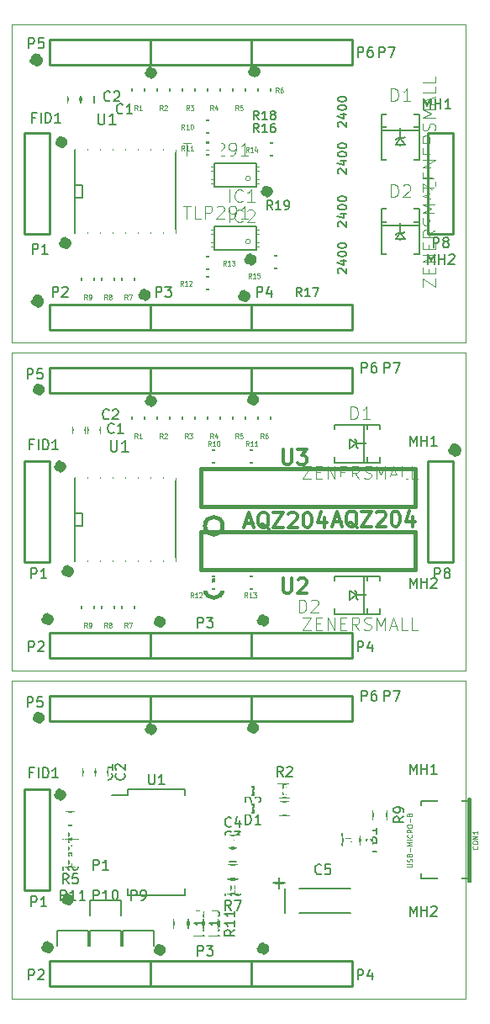
<source format=gto>
G04 #@! TF.FileFunction,Legend,Top*
%FSLAX45Y45*%
G04 Gerber Fmt 4.5, Leading zero omitted, Abs format (unit mm)*
G04 Created by KiCad (PCBNEW (after 2015-may-25 BZR unknown)-product) date 15/07/2015 13:23:27*
%MOMM*%
G01*
G04 APERTURE LIST*
%ADD10C,0.150000*%
%ADD11C,1.000000*%
%ADD12C,0.099060*%
%ADD13C,0.127000*%
%ADD14C,0.254000*%
%ADD15C,0.203200*%
%ADD16C,0.066040*%
%ADD17C,0.050800*%
%ADD18C,0.381000*%
%ADD19C,0.200660*%
%ADD20C,0.114300*%
%ADD21C,0.088900*%
%ADD22C,0.152400*%
%ADD23C,0.304800*%
%ADD24R,1.143000X2.413000*%
%ADD25R,1.143000X1.651000*%
%ADD26R,1.651000X1.143000*%
%ADD27R,2.032000X2.032000*%
%ADD28C,2.032000*%
%ADD29R,2.707640X2.308860*%
%ADD30R,2.540000X4.572000*%
%ADD31R,1.506220X1.005840*%
%ADD32C,3.000000*%
%ADD33R,1.258000X1.308000*%
%ADD34R,2.308860X2.707640*%
%ADD35C,2.506980*%
%ADD36R,1.258000X1.708000*%
%ADD37R,2.258000X0.958000*%
%ADD38R,1.308000X1.258000*%
%ADD39R,3.507740X2.009140*%
%ADD40R,1.305560X1.305560*%
%ADD41R,1.758000X1.508000*%
%ADD42R,2.743200X2.743200*%
%ADD43R,1.008000X1.408000*%
%ADD44R,1.408000X1.008000*%
%ADD45R,2.405380X1.681480*%
%ADD46R,2.405380X2.882900*%
%ADD47R,2.608580X1.981200*%
%ADD48R,1.887220X0.957580*%
G04 APERTURE END LIST*
D10*
D11*
X21082000Y-6400800D02*
G75*
G03X21082000Y-6400800I-12700J0D01*
G01*
X21247100Y-5715000D02*
G75*
G03X21247100Y-5715000I-12700J0D01*
G01*
X19215100Y-6235700D02*
G75*
G03X19215100Y-6235700I-12700J0D01*
G01*
X18940961Y-6819900D02*
G75*
G03X18940961Y-6819900I-17961J0D01*
G01*
X20015200Y-6756400D02*
G75*
G03X20015200Y-6756400I-12700J0D01*
G01*
X21018500Y-6769100D02*
G75*
G03X21018500Y-6769100I-12700J0D01*
G01*
X21120100Y-4508500D02*
G75*
G03X21120100Y-4508500I-12700J0D01*
G01*
X20078700Y-4521200D02*
G75*
G03X20078700Y-4521200I-12700J0D01*
G01*
X18928261Y-4394200D02*
G75*
G03X18928261Y-4394200I-17961J0D01*
G01*
X19177000Y-5219700D02*
G75*
G03X19177000Y-5219700I-12700J0D01*
G01*
D12*
X23241000Y-7239000D02*
X18669000Y-7239000D01*
X19380200Y-4038600D02*
X23241000Y-4038600D01*
X18669000Y-4038600D02*
X19380200Y-4038600D01*
X18669000Y-4038600D02*
X18669000Y-7239000D01*
X23241000Y-7239000D02*
X23241000Y-4038600D01*
D11*
X23144660Y-8318500D02*
G75*
G03X23144660Y-8318500I-17961J0D01*
G01*
X21107400Y-7810500D02*
G75*
G03X21107400Y-7810500I-12700J0D01*
G01*
X20078700Y-7823200D02*
G75*
G03X20078700Y-7823200I-12700J0D01*
G01*
X18948400Y-7708900D02*
G75*
G03X18948400Y-7708900I-12700J0D01*
G01*
X19164300Y-8483600D02*
G75*
G03X19164300Y-8483600I-12700J0D01*
G01*
X19240500Y-9537700D02*
G75*
G03X19240500Y-9537700I-12700J0D01*
G01*
X21209000Y-10033000D02*
G75*
G03X21209000Y-10033000I-12700J0D01*
G01*
X20167600Y-10045700D02*
G75*
G03X20167600Y-10045700I-12700J0D01*
G01*
X19037300Y-10020300D02*
G75*
G03X19037300Y-10020300I-12700J0D01*
G01*
D12*
X23241000Y-10541000D02*
X18669000Y-10541000D01*
X19380200Y-7340600D02*
X23241000Y-7340600D01*
X18669000Y-7340600D02*
X19380200Y-7340600D01*
X18669000Y-7340600D02*
X18669000Y-10541000D01*
X23241000Y-10541000D02*
X23241000Y-7340600D01*
D11*
X21107400Y-11112500D02*
G75*
G03X21107400Y-11112500I-12700J0D01*
G01*
X20078700Y-11125200D02*
G75*
G03X20078700Y-11125200I-12700J0D01*
G01*
X18948400Y-11010900D02*
G75*
G03X18948400Y-11010900I-12700J0D01*
G01*
X19164300Y-11785600D02*
G75*
G03X19164300Y-11785600I-12700J0D01*
G01*
X19240500Y-12839700D02*
G75*
G03X19240500Y-12839700I-12700J0D01*
G01*
X21209000Y-13335000D02*
G75*
G03X21209000Y-13335000I-12700J0D01*
G01*
X20167600Y-13347700D02*
G75*
G03X20167600Y-13347700I-12700J0D01*
G01*
X19037300Y-13322300D02*
G75*
G03X19037300Y-13322300I-12700J0D01*
G01*
D12*
X23241000Y-13843000D02*
X18669000Y-13843000D01*
X19380200Y-10642600D02*
X23241000Y-10642600D01*
X18669000Y-10642600D02*
X19380200Y-10642600D01*
X18669000Y-10642600D02*
X18669000Y-13843000D01*
X23241000Y-13843000D02*
X23241000Y-10642600D01*
D13*
X20320000Y-6134100D02*
X19304000Y-6134100D01*
X19304000Y-6134100D02*
X19304000Y-5295900D01*
X19304000Y-5295900D02*
X20320000Y-5295900D01*
X20320000Y-5295900D02*
X20320000Y-6134100D01*
X19304000Y-5651500D02*
X19380200Y-5651500D01*
X19380200Y-5651500D02*
X19380200Y-5778500D01*
X19380200Y-5778500D02*
X19304000Y-5778500D01*
X20523200Y-6375400D02*
X20751800Y-6375400D01*
X20751800Y-6375400D02*
X20751800Y-6502400D01*
X20751800Y-6502400D02*
X20523200Y-6502400D01*
X20523200Y-6502400D02*
X20523200Y-6375400D01*
X20751800Y-6705600D02*
X20523200Y-6705600D01*
X20523200Y-6705600D02*
X20523200Y-6578600D01*
X20523200Y-6578600D02*
X20751800Y-6578600D01*
X20751800Y-6578600D02*
X20751800Y-6705600D01*
X20523200Y-5219700D02*
X20751800Y-5219700D01*
X20751800Y-5219700D02*
X20751800Y-5346700D01*
X20751800Y-5346700D02*
X20523200Y-5346700D01*
X20523200Y-5346700D02*
X20523200Y-5219700D01*
X20751800Y-5130800D02*
X20523200Y-5130800D01*
X20523200Y-5130800D02*
X20523200Y-5003800D01*
X20523200Y-5003800D02*
X20751800Y-5003800D01*
X20751800Y-5003800D02*
X20751800Y-5130800D01*
X19367500Y-6718300D02*
X19367500Y-6489700D01*
X19367500Y-6489700D02*
X19494500Y-6489700D01*
X19494500Y-6489700D02*
X19494500Y-6718300D01*
X19494500Y-6718300D02*
X19367500Y-6718300D01*
X19570700Y-6718300D02*
X19570700Y-6489700D01*
X19570700Y-6489700D02*
X19697700Y-6489700D01*
X19697700Y-6489700D02*
X19697700Y-6718300D01*
X19697700Y-6718300D02*
X19570700Y-6718300D01*
X19773900Y-6718300D02*
X19773900Y-6489700D01*
X19773900Y-6489700D02*
X19900900Y-6489700D01*
X19900900Y-6489700D02*
X19900900Y-6718300D01*
X19900900Y-6718300D02*
X19773900Y-6718300D01*
X20002500Y-4584700D02*
X20002500Y-4813300D01*
X20002500Y-4813300D02*
X19875500Y-4813300D01*
X19875500Y-4813300D02*
X19875500Y-4584700D01*
X19875500Y-4584700D02*
X20002500Y-4584700D01*
X20256500Y-4584700D02*
X20256500Y-4813300D01*
X20256500Y-4813300D02*
X20129500Y-4813300D01*
X20129500Y-4813300D02*
X20129500Y-4584700D01*
X20129500Y-4584700D02*
X20256500Y-4584700D01*
X20510500Y-4584700D02*
X20510500Y-4813300D01*
X20510500Y-4813300D02*
X20383500Y-4813300D01*
X20383500Y-4813300D02*
X20383500Y-4584700D01*
X20383500Y-4584700D02*
X20510500Y-4584700D01*
X20764500Y-4584700D02*
X20764500Y-4813300D01*
X20764500Y-4813300D02*
X20637500Y-4813300D01*
X20637500Y-4813300D02*
X20637500Y-4584700D01*
X20637500Y-4584700D02*
X20764500Y-4584700D01*
X21018500Y-4584700D02*
X21018500Y-4813300D01*
X21018500Y-4813300D02*
X20891500Y-4813300D01*
X20891500Y-4813300D02*
X20891500Y-4584700D01*
X20891500Y-4584700D02*
X21018500Y-4584700D01*
X21272500Y-4584700D02*
X21272500Y-4813300D01*
X21272500Y-4813300D02*
X21145500Y-4813300D01*
X21145500Y-4813300D02*
X21145500Y-4584700D01*
X21145500Y-4584700D02*
X21272500Y-4584700D01*
D14*
X22860000Y-6146800D02*
X22860000Y-5130800D01*
X23114000Y-6146800D02*
X23114000Y-5130800D01*
X23114000Y-5130800D02*
X22860000Y-5130800D01*
X22860000Y-6146800D02*
X23114000Y-6146800D01*
X22098000Y-4445000D02*
X21082000Y-4445000D01*
X22098000Y-4191000D02*
X21082000Y-4191000D01*
X21082000Y-4191000D02*
X21082000Y-4445000D01*
X22098000Y-4445000D02*
X22098000Y-4191000D01*
X21082000Y-4445000D02*
X20066000Y-4445000D01*
X21082000Y-4191000D02*
X20066000Y-4191000D01*
X20066000Y-4191000D02*
X20066000Y-4445000D01*
X21082000Y-4445000D02*
X21082000Y-4191000D01*
X20066000Y-4445000D02*
X19050000Y-4445000D01*
X20066000Y-4191000D02*
X19050000Y-4191000D01*
X19050000Y-4191000D02*
X19050000Y-4445000D01*
X20066000Y-4445000D02*
X20066000Y-4191000D01*
X22098000Y-7112000D02*
X21082000Y-7112000D01*
X22098000Y-6858000D02*
X21082000Y-6858000D01*
X21082000Y-6858000D02*
X21082000Y-7112000D01*
X22098000Y-7112000D02*
X22098000Y-6858000D01*
X21082000Y-7112000D02*
X20066000Y-7112000D01*
X21082000Y-6858000D02*
X20066000Y-6858000D01*
X20066000Y-6858000D02*
X20066000Y-7112000D01*
X21082000Y-7112000D02*
X21082000Y-6858000D01*
X20066000Y-7112000D02*
X19050000Y-7112000D01*
X20066000Y-6858000D02*
X19050000Y-6858000D01*
X19050000Y-6858000D02*
X19050000Y-7112000D01*
X20066000Y-7112000D02*
X20066000Y-6858000D01*
X18796000Y-6146800D02*
X18796000Y-5130800D01*
X19050000Y-6146800D02*
X19050000Y-5130800D01*
X19050000Y-5130800D02*
X18796000Y-5130800D01*
X18796000Y-6146800D02*
X19050000Y-6146800D01*
D13*
X22580600Y-6197600D02*
X22580600Y-6217920D01*
X22390100Y-6350000D02*
X22390100Y-5892800D01*
X22390100Y-5892800D02*
X22453600Y-5892800D01*
X22771100Y-6055360D02*
X22390100Y-6055360D01*
X22771100Y-6022340D02*
X22390100Y-6022340D01*
X22707600Y-6350000D02*
X22771100Y-6350000D01*
X22771100Y-6350000D02*
X22771100Y-5892800D01*
X22771100Y-5892800D02*
X22707600Y-5892800D01*
X22453600Y-6350000D02*
X22390100Y-6350000D01*
X22580600Y-6134100D02*
X22533102Y-6197600D01*
X22533102Y-6197600D02*
X22580600Y-6197600D01*
X22580600Y-6197600D02*
X22628098Y-6197600D01*
X22628098Y-6197600D02*
X22580600Y-6134100D01*
X22580600Y-6134100D02*
X22548850Y-6134100D01*
X22548850Y-6134100D02*
X22533102Y-6149848D01*
X22580600Y-6134100D02*
X22612350Y-6134100D01*
X22612350Y-6134100D02*
X22628098Y-6118352D01*
X22580600Y-6134100D02*
X22580600Y-6023102D01*
X22580600Y-5245100D02*
X22580600Y-5265420D01*
X22390100Y-5397500D02*
X22390100Y-4940300D01*
X22390100Y-4940300D02*
X22453600Y-4940300D01*
X22771100Y-5102860D02*
X22390100Y-5102860D01*
X22771100Y-5069840D02*
X22390100Y-5069840D01*
X22707600Y-5397500D02*
X22771100Y-5397500D01*
X22771100Y-5397500D02*
X22771100Y-4940300D01*
X22771100Y-4940300D02*
X22707600Y-4940300D01*
X22453600Y-5397500D02*
X22390100Y-5397500D01*
X22580600Y-5181600D02*
X22533102Y-5245100D01*
X22533102Y-5245100D02*
X22580600Y-5245100D01*
X22580600Y-5245100D02*
X22628098Y-5245100D01*
X22628098Y-5245100D02*
X22580600Y-5181600D01*
X22580600Y-5181600D02*
X22548850Y-5181600D01*
X22548850Y-5181600D02*
X22533102Y-5197348D01*
X22580600Y-5181600D02*
X22612350Y-5181600D01*
X22612350Y-5181600D02*
X22628098Y-5165852D01*
X22580600Y-5181600D02*
X22580600Y-5070602D01*
D15*
X22301200Y-6604000D02*
X22072600Y-6604000D01*
X22072600Y-6172200D02*
X22301200Y-6172200D01*
X21742400Y-6604000D02*
X21513800Y-6604000D01*
X21513800Y-6172200D02*
X21742400Y-6172200D01*
X21513800Y-6604000D02*
X21513800Y-6172200D01*
X22301200Y-6172200D02*
X22301200Y-6604000D01*
X22301200Y-6134100D02*
X22072600Y-6134100D01*
X22072600Y-5702300D02*
X22301200Y-5702300D01*
X21742400Y-6134100D02*
X21513800Y-6134100D01*
X21513800Y-5702300D02*
X21742400Y-5702300D01*
X21513800Y-6134100D02*
X21513800Y-5702300D01*
X22301200Y-5702300D02*
X22301200Y-6134100D01*
X22301200Y-5130800D02*
X22072600Y-5130800D01*
X22072600Y-4699000D02*
X22301200Y-4699000D01*
X21742400Y-5130800D02*
X21513800Y-5130800D01*
X21513800Y-4699000D02*
X21742400Y-4699000D01*
X21513800Y-5130800D02*
X21513800Y-4699000D01*
X22301200Y-4699000D02*
X22301200Y-5130800D01*
X22301200Y-5600700D02*
X22072600Y-5600700D01*
X22072600Y-5168900D02*
X22301200Y-5168900D01*
X21742400Y-5600700D02*
X21513800Y-5600700D01*
X21513800Y-5168900D02*
X21742400Y-5168900D01*
X21513800Y-5600700D02*
X21513800Y-5168900D01*
X22301200Y-5168900D02*
X22301200Y-5600700D01*
D13*
X21437600Y-6489700D02*
X21209000Y-6489700D01*
X21209000Y-6489700D02*
X21209000Y-6362700D01*
X21209000Y-6362700D02*
X21437600Y-6362700D01*
X21437600Y-6362700D02*
X21437600Y-6489700D01*
X21170900Y-5232400D02*
X21399500Y-5232400D01*
X21399500Y-5232400D02*
X21399500Y-5359400D01*
X21399500Y-5359400D02*
X21170900Y-5359400D01*
X21170900Y-5359400D02*
X21170900Y-5232400D01*
D16*
X21263864Y-5594350D02*
X21131784Y-5594350D01*
X21131784Y-5594350D02*
X21131784Y-5632450D01*
X21263864Y-5632450D02*
X21131784Y-5632450D01*
X21263864Y-5594350D02*
X21263864Y-5632450D01*
X21263864Y-5467350D02*
X21131784Y-5467350D01*
X21131784Y-5467350D02*
X21131784Y-5505450D01*
X21263864Y-5505450D02*
X21131784Y-5505450D01*
X21263864Y-5467350D02*
X21263864Y-5505450D01*
X20702016Y-5467350D02*
X20569936Y-5467350D01*
X20569936Y-5467350D02*
X20569936Y-5505450D01*
X20702016Y-5505450D02*
X20569936Y-5505450D01*
X20702016Y-5467350D02*
X20702016Y-5505450D01*
X20702016Y-5594350D02*
X20569936Y-5594350D01*
X20569936Y-5594350D02*
X20569936Y-5632450D01*
X20702016Y-5632450D02*
X20569936Y-5632450D01*
X20702016Y-5594350D02*
X20702016Y-5632450D01*
D15*
X21125180Y-5433060D02*
X20708620Y-5433060D01*
X20708620Y-5433060D02*
X20708620Y-5666740D01*
X20708620Y-5666740D02*
X21125180Y-5666740D01*
X21125180Y-5666740D02*
X21125180Y-5433060D01*
D17*
X21068519Y-5585206D02*
G75*
G03X21068519Y-5585206I-23349J0D01*
G01*
D16*
X21263864Y-6229350D02*
X21131784Y-6229350D01*
X21131784Y-6229350D02*
X21131784Y-6267450D01*
X21263864Y-6267450D02*
X21131784Y-6267450D01*
X21263864Y-6229350D02*
X21263864Y-6267450D01*
X21263864Y-6102350D02*
X21131784Y-6102350D01*
X21131784Y-6102350D02*
X21131784Y-6140450D01*
X21263864Y-6140450D02*
X21131784Y-6140450D01*
X21263864Y-6102350D02*
X21263864Y-6140450D01*
X20702016Y-6102350D02*
X20569936Y-6102350D01*
X20569936Y-6102350D02*
X20569936Y-6140450D01*
X20702016Y-6140450D02*
X20569936Y-6140450D01*
X20702016Y-6102350D02*
X20702016Y-6140450D01*
X20702016Y-6229350D02*
X20569936Y-6229350D01*
X20569936Y-6229350D02*
X20569936Y-6267450D01*
X20702016Y-6267450D02*
X20569936Y-6267450D01*
X20702016Y-6229350D02*
X20702016Y-6267450D01*
D15*
X21125180Y-6068060D02*
X20708620Y-6068060D01*
X20708620Y-6068060D02*
X20708620Y-6301740D01*
X20708620Y-6301740D02*
X21125180Y-6301740D01*
X21125180Y-6301740D02*
X21125180Y-6068060D01*
D17*
X21068519Y-6220206D02*
G75*
G03X21068519Y-6220206I-23349J0D01*
G01*
D10*
X19371000Y-4822900D02*
X19371000Y-4752900D01*
X19491000Y-4752900D02*
X19491000Y-4822900D01*
X19231300Y-4822900D02*
X19231300Y-4752900D01*
X19351300Y-4752900D02*
X19351300Y-4822900D01*
D13*
X20320000Y-9436100D02*
X19304000Y-9436100D01*
X19304000Y-9436100D02*
X19304000Y-8597900D01*
X19304000Y-8597900D02*
X20320000Y-8597900D01*
X20320000Y-8597900D02*
X20320000Y-9436100D01*
X19304000Y-8953500D02*
X19380200Y-8953500D01*
X19380200Y-8953500D02*
X19380200Y-9080500D01*
X19380200Y-9080500D02*
X19304000Y-9080500D01*
X20967700Y-9588500D02*
X21196300Y-9588500D01*
X21196300Y-9588500D02*
X21196300Y-9715500D01*
X21196300Y-9715500D02*
X20967700Y-9715500D01*
X20967700Y-9715500D02*
X20967700Y-9588500D01*
X20586700Y-9588500D02*
X20815300Y-9588500D01*
X20815300Y-9588500D02*
X20815300Y-9715500D01*
X20815300Y-9715500D02*
X20586700Y-9715500D01*
X20586700Y-9715500D02*
X20586700Y-9588500D01*
X20967700Y-8318500D02*
X21196300Y-8318500D01*
X21196300Y-8318500D02*
X21196300Y-8445500D01*
X21196300Y-8445500D02*
X20967700Y-8445500D01*
X20967700Y-8445500D02*
X20967700Y-8318500D01*
X20586700Y-8318500D02*
X20815300Y-8318500D01*
X20815300Y-8318500D02*
X20815300Y-8445500D01*
X20815300Y-8445500D02*
X20586700Y-8445500D01*
X20586700Y-8445500D02*
X20586700Y-8318500D01*
X19367500Y-10020300D02*
X19367500Y-9791700D01*
X19367500Y-9791700D02*
X19494500Y-9791700D01*
X19494500Y-9791700D02*
X19494500Y-10020300D01*
X19494500Y-10020300D02*
X19367500Y-10020300D01*
X19570700Y-10020300D02*
X19570700Y-9791700D01*
X19570700Y-9791700D02*
X19697700Y-9791700D01*
X19697700Y-9791700D02*
X19697700Y-10020300D01*
X19697700Y-10020300D02*
X19570700Y-10020300D01*
X19773900Y-10020300D02*
X19773900Y-9791700D01*
X19773900Y-9791700D02*
X19900900Y-9791700D01*
X19900900Y-9791700D02*
X19900900Y-10020300D01*
X19900900Y-10020300D02*
X19773900Y-10020300D01*
X20002500Y-7886700D02*
X20002500Y-8115300D01*
X20002500Y-8115300D02*
X19875500Y-8115300D01*
X19875500Y-8115300D02*
X19875500Y-7886700D01*
X19875500Y-7886700D02*
X20002500Y-7886700D01*
X20256500Y-7886700D02*
X20256500Y-8115300D01*
X20256500Y-8115300D02*
X20129500Y-8115300D01*
X20129500Y-8115300D02*
X20129500Y-7886700D01*
X20129500Y-7886700D02*
X20256500Y-7886700D01*
X20510500Y-7886700D02*
X20510500Y-8115300D01*
X20510500Y-8115300D02*
X20383500Y-8115300D01*
X20383500Y-8115300D02*
X20383500Y-7886700D01*
X20383500Y-7886700D02*
X20510500Y-7886700D01*
X20764500Y-7886700D02*
X20764500Y-8115300D01*
X20764500Y-8115300D02*
X20637500Y-8115300D01*
X20637500Y-8115300D02*
X20637500Y-7886700D01*
X20637500Y-7886700D02*
X20764500Y-7886700D01*
X21018500Y-7886700D02*
X21018500Y-8115300D01*
X21018500Y-8115300D02*
X20891500Y-8115300D01*
X20891500Y-8115300D02*
X20891500Y-7886700D01*
X20891500Y-7886700D02*
X21018500Y-7886700D01*
X21272500Y-7886700D02*
X21272500Y-8115300D01*
X21272500Y-8115300D02*
X21145500Y-8115300D01*
X21145500Y-8115300D02*
X21145500Y-7886700D01*
X21145500Y-7886700D02*
X21272500Y-7886700D01*
D14*
X22860000Y-9448800D02*
X22860000Y-8432800D01*
X23114000Y-9448800D02*
X23114000Y-8432800D01*
X23114000Y-8432800D02*
X22860000Y-8432800D01*
X22860000Y-9448800D02*
X23114000Y-9448800D01*
X22098000Y-7747000D02*
X21082000Y-7747000D01*
X22098000Y-7493000D02*
X21082000Y-7493000D01*
X21082000Y-7493000D02*
X21082000Y-7747000D01*
X22098000Y-7747000D02*
X22098000Y-7493000D01*
X21082000Y-7747000D02*
X20066000Y-7747000D01*
X21082000Y-7493000D02*
X20066000Y-7493000D01*
X20066000Y-7493000D02*
X20066000Y-7747000D01*
X21082000Y-7747000D02*
X21082000Y-7493000D01*
X20066000Y-7747000D02*
X19050000Y-7747000D01*
X20066000Y-7493000D02*
X19050000Y-7493000D01*
X19050000Y-7493000D02*
X19050000Y-7747000D01*
X20066000Y-7747000D02*
X20066000Y-7493000D01*
X22098000Y-10414000D02*
X21082000Y-10414000D01*
X22098000Y-10160000D02*
X21082000Y-10160000D01*
X21082000Y-10160000D02*
X21082000Y-10414000D01*
X22098000Y-10414000D02*
X22098000Y-10160000D01*
X21082000Y-10414000D02*
X20066000Y-10414000D01*
X21082000Y-10160000D02*
X20066000Y-10160000D01*
X20066000Y-10160000D02*
X20066000Y-10414000D01*
X21082000Y-10414000D02*
X21082000Y-10160000D01*
X20066000Y-10414000D02*
X19050000Y-10414000D01*
X20066000Y-10160000D02*
X19050000Y-10160000D01*
X19050000Y-10160000D02*
X19050000Y-10414000D01*
X20066000Y-10414000D02*
X20066000Y-10160000D01*
X18796000Y-9448800D02*
X18796000Y-8432800D01*
X19050000Y-9448800D02*
X19050000Y-8432800D01*
X19050000Y-8432800D02*
X18796000Y-8432800D01*
X18796000Y-9448800D02*
X19050000Y-9448800D01*
D13*
X22072600Y-9779000D02*
X22052280Y-9779000D01*
X21920200Y-9588500D02*
X22377400Y-9588500D01*
X22377400Y-9588500D02*
X22377400Y-9652000D01*
X22214840Y-9969500D02*
X22214840Y-9588500D01*
X22247860Y-9969500D02*
X22247860Y-9588500D01*
X21920200Y-9906000D02*
X21920200Y-9969500D01*
X21920200Y-9969500D02*
X22377400Y-9969500D01*
X22377400Y-9969500D02*
X22377400Y-9906000D01*
X21920200Y-9652000D02*
X21920200Y-9588500D01*
X22136100Y-9779000D02*
X22072600Y-9731502D01*
X22072600Y-9731502D02*
X22072600Y-9779000D01*
X22072600Y-9779000D02*
X22072600Y-9826498D01*
X22072600Y-9826498D02*
X22136100Y-9779000D01*
X22136100Y-9779000D02*
X22136100Y-9747250D01*
X22136100Y-9747250D02*
X22120352Y-9731502D01*
X22136100Y-9779000D02*
X22136100Y-9810750D01*
X22136100Y-9810750D02*
X22151848Y-9826498D01*
X22136100Y-9779000D02*
X22247098Y-9779000D01*
X22072600Y-8255000D02*
X22052280Y-8255000D01*
X21920200Y-8064500D02*
X22377400Y-8064500D01*
X22377400Y-8064500D02*
X22377400Y-8128000D01*
X22214840Y-8445500D02*
X22214840Y-8064500D01*
X22247860Y-8445500D02*
X22247860Y-8064500D01*
X21920200Y-8382000D02*
X21920200Y-8445500D01*
X21920200Y-8445500D02*
X22377400Y-8445500D01*
X22377400Y-8445500D02*
X22377400Y-8382000D01*
X21920200Y-8128000D02*
X21920200Y-8064500D01*
X22136100Y-8255000D02*
X22072600Y-8207502D01*
X22072600Y-8207502D02*
X22072600Y-8255000D01*
X22072600Y-8255000D02*
X22072600Y-8302498D01*
X22072600Y-8302498D02*
X22136100Y-8255000D01*
X22136100Y-8255000D02*
X22136100Y-8223250D01*
X22136100Y-8223250D02*
X22120352Y-8207502D01*
X22136100Y-8255000D02*
X22136100Y-8286750D01*
X22136100Y-8286750D02*
X22151848Y-8302498D01*
X22136100Y-8255000D02*
X22247098Y-8255000D01*
D18*
X20790803Y-9080500D02*
G75*
G03X20790803Y-9080500I-89803J0D01*
G01*
X20574000Y-8509000D02*
X22733000Y-8509000D01*
X22733000Y-8509000D02*
X22733000Y-8890000D01*
X22733000Y-8890000D02*
X20574000Y-8890000D01*
X20574000Y-8890000D02*
X20574000Y-8509000D01*
X20790803Y-9715500D02*
G75*
G03X20790803Y-9715500I-89803J0D01*
G01*
X20574000Y-9144000D02*
X22733000Y-9144000D01*
X22733000Y-9144000D02*
X22733000Y-9525000D01*
X22733000Y-9525000D02*
X20574000Y-9525000D01*
X20574000Y-9525000D02*
X20574000Y-9144000D01*
D10*
X19434500Y-8150300D02*
X19434500Y-8080300D01*
X19554500Y-8080300D02*
X19554500Y-8150300D01*
X19282100Y-8150300D02*
X19282100Y-8080300D01*
X19402100Y-8080300D02*
X19402100Y-8150300D01*
X19835650Y-11729350D02*
X19835650Y-11794350D01*
X20410650Y-11729350D02*
X20410650Y-11794350D01*
X20410650Y-12794350D02*
X20410650Y-12729350D01*
X19835650Y-12794350D02*
X19835650Y-12729350D01*
X19835650Y-11729350D02*
X20410650Y-11729350D01*
X19835650Y-12794350D02*
X20410650Y-12794350D01*
X19835650Y-11794350D02*
X19675650Y-11794350D01*
D14*
X22098000Y-11049000D02*
X21082000Y-11049000D01*
X22098000Y-10795000D02*
X21082000Y-10795000D01*
X21082000Y-10795000D02*
X21082000Y-11049000D01*
X22098000Y-11049000D02*
X22098000Y-10795000D01*
X21082000Y-11049000D02*
X20066000Y-11049000D01*
X21082000Y-10795000D02*
X20066000Y-10795000D01*
X20066000Y-10795000D02*
X20066000Y-11049000D01*
X21082000Y-11049000D02*
X21082000Y-10795000D01*
X20066000Y-11049000D02*
X19050000Y-11049000D01*
X20066000Y-10795000D02*
X19050000Y-10795000D01*
X19050000Y-10795000D02*
X19050000Y-11049000D01*
X20066000Y-11049000D02*
X20066000Y-10795000D01*
X22098000Y-13716000D02*
X21082000Y-13716000D01*
X22098000Y-13462000D02*
X21082000Y-13462000D01*
X21082000Y-13462000D02*
X21082000Y-13716000D01*
X22098000Y-13716000D02*
X22098000Y-13462000D01*
X21082000Y-13716000D02*
X20066000Y-13716000D01*
X21082000Y-13462000D02*
X20066000Y-13462000D01*
X20066000Y-13462000D02*
X20066000Y-13716000D01*
X21082000Y-13716000D02*
X21082000Y-13462000D01*
X20066000Y-13716000D02*
X19050000Y-13716000D01*
X20066000Y-13462000D02*
X19050000Y-13462000D01*
X19050000Y-13462000D02*
X19050000Y-13716000D01*
X20066000Y-13716000D02*
X20066000Y-13462000D01*
X18796000Y-12750800D02*
X18796000Y-11734800D01*
X19050000Y-12750800D02*
X19050000Y-11734800D01*
X19050000Y-11734800D02*
X18796000Y-11734800D01*
X18796000Y-12750800D02*
X19050000Y-12750800D01*
D10*
X19503700Y-11522000D02*
X19503700Y-11592000D01*
X19383700Y-11592000D02*
X19383700Y-11522000D01*
X19630700Y-11522000D02*
X19630700Y-11592000D01*
X19510700Y-11592000D02*
X19510700Y-11522000D01*
X20856500Y-12335200D02*
X20926500Y-12335200D01*
X20926500Y-12455200D02*
X20856500Y-12455200D01*
X20856500Y-12195500D02*
X20926500Y-12195500D01*
X20926500Y-12315500D02*
X20856500Y-12315500D01*
X21558504Y-12972288D02*
X22078696Y-12972288D01*
X22078696Y-12732512D02*
X21558504Y-12732512D01*
X21358606Y-12622530D02*
X21358606Y-12732512D01*
X21298662Y-12672568D02*
X21418550Y-12672568D01*
X21419058Y-12732512D02*
X21419058Y-12972288D01*
X22177700Y-12277800D02*
X22177700Y-12207800D01*
X22297700Y-12207800D02*
X22297700Y-12277800D01*
X21139658Y-11970258D02*
X21139658Y-11880342D01*
X21139658Y-11880342D02*
X21179536Y-11880342D01*
X21179536Y-11970258D02*
X21179536Y-11880342D01*
X21139658Y-11970258D02*
X21179536Y-11970258D01*
X21009864Y-11970258D02*
X21009864Y-11880342D01*
X21009864Y-11880342D02*
X21049742Y-11880342D01*
X21049742Y-11970258D02*
X21049742Y-11880342D01*
X21009864Y-11970258D02*
X21049742Y-11970258D01*
X21094700Y-11970258D02*
X21094700Y-11955272D01*
X21094700Y-11955272D02*
X21124672Y-11955272D01*
X21124672Y-11970258D02*
X21124672Y-11955272D01*
X21094700Y-11970258D02*
X21124672Y-11970258D01*
X21094700Y-11895328D02*
X21094700Y-11880342D01*
X21094700Y-11880342D02*
X21124672Y-11880342D01*
X21124672Y-11895328D02*
X21124672Y-11880342D01*
X21094700Y-11895328D02*
X21124672Y-11895328D01*
X21094700Y-11940286D02*
X21094700Y-11910314D01*
X21094700Y-11910314D02*
X21124672Y-11910314D01*
X21124672Y-11940286D02*
X21124672Y-11910314D01*
X21094700Y-11940286D02*
X21124672Y-11940286D01*
X21139658Y-11965178D02*
X21049742Y-11965178D01*
X21139658Y-11885422D02*
X21049742Y-11885422D01*
X21139658Y-11792458D02*
X21139658Y-11702542D01*
X21139658Y-11702542D02*
X21179536Y-11702542D01*
X21179536Y-11792458D02*
X21179536Y-11702542D01*
X21139658Y-11792458D02*
X21179536Y-11792458D01*
X21009864Y-11792458D02*
X21009864Y-11702542D01*
X21009864Y-11702542D02*
X21049742Y-11702542D01*
X21049742Y-11792458D02*
X21049742Y-11702542D01*
X21009864Y-11792458D02*
X21049742Y-11792458D01*
X21094700Y-11792458D02*
X21094700Y-11777472D01*
X21094700Y-11777472D02*
X21124672Y-11777472D01*
X21124672Y-11792458D02*
X21124672Y-11777472D01*
X21094700Y-11792458D02*
X21124672Y-11792458D01*
X21094700Y-11717528D02*
X21094700Y-11702542D01*
X21094700Y-11702542D02*
X21124672Y-11702542D01*
X21124672Y-11717528D02*
X21124672Y-11702542D01*
X21094700Y-11717528D02*
X21124672Y-11717528D01*
X21094700Y-11762486D02*
X21094700Y-11732514D01*
X21094700Y-11732514D02*
X21124672Y-11732514D01*
X21124672Y-11762486D02*
X21124672Y-11732514D01*
X21094700Y-11762486D02*
X21124672Y-11762486D01*
X21139658Y-11787378D02*
X21049742Y-11787378D01*
X21139658Y-11707622D02*
X21049742Y-11707622D01*
X22170300Y-12292800D02*
X22170300Y-12192800D01*
X22000300Y-12192800D02*
X22000300Y-12292800D01*
X20094000Y-13154600D02*
X20094000Y-13309600D01*
X19784000Y-13309600D02*
X19784000Y-13154600D01*
X19784000Y-13154600D02*
X20094000Y-13154600D01*
X19812000Y-13436600D02*
X20066000Y-13436600D01*
X19763800Y-13154600D02*
X19763800Y-13309600D01*
X19453800Y-13309600D02*
X19453800Y-13154600D01*
X19453800Y-13154600D02*
X19763800Y-13154600D01*
X19481800Y-13436600D02*
X19735800Y-13436600D01*
X19433600Y-13154600D02*
X19433600Y-13309600D01*
X19123600Y-13309600D02*
X19123600Y-13154600D01*
X19123600Y-13154600D02*
X19433600Y-13154600D01*
X19151600Y-13436600D02*
X19405600Y-13436600D01*
X21462200Y-11992800D02*
X21362200Y-11992800D01*
X21362200Y-11857800D02*
X21462200Y-11857800D01*
X21462200Y-11815000D02*
X21362200Y-11815000D01*
X21362200Y-11680000D02*
X21462200Y-11680000D01*
X19203200Y-12099100D02*
X19303200Y-12099100D01*
X19303200Y-12234100D02*
X19203200Y-12234100D01*
X19203200Y-11959400D02*
X19303200Y-11959400D01*
X19303200Y-12094400D02*
X19203200Y-12094400D01*
X19203200Y-12378500D02*
X19303200Y-12378500D01*
X19303200Y-12513500D02*
X19203200Y-12513500D01*
X19203200Y-12238800D02*
X19303200Y-12238800D01*
X19303200Y-12373800D02*
X19203200Y-12373800D01*
X20841500Y-12645200D02*
X20941500Y-12645200D01*
X20941500Y-12780200D02*
X20841500Y-12780200D01*
X20841500Y-12492800D02*
X20941500Y-12492800D01*
X20941500Y-12627800D02*
X20841500Y-12627800D01*
X22309900Y-12038800D02*
X22309900Y-11938800D01*
X22444900Y-11938800D02*
X22444900Y-12038800D01*
X20455700Y-13131000D02*
X20455700Y-13031000D01*
X20590700Y-13031000D02*
X20590700Y-13131000D01*
X20608100Y-13131000D02*
X20608100Y-13031000D01*
X20743100Y-13031000D02*
X20743100Y-13131000D01*
X20303300Y-13131000D02*
X20303300Y-13031000D01*
X20438300Y-13031000D02*
X20438300Y-13131000D01*
D19*
X23275798Y-12662916D02*
X23275798Y-11822684D01*
X23285958Y-12662916D02*
X23285958Y-11822684D01*
X23285958Y-11822684D02*
X23265892Y-11822684D01*
X23265892Y-11822684D02*
X23265892Y-12662916D01*
X23265892Y-12662916D02*
X23285958Y-12662916D01*
X23285958Y-12632690D02*
X22785832Y-12632690D01*
X22785832Y-12632690D02*
X22785832Y-11852910D01*
X22785832Y-11852910D02*
X23285958Y-11852910D01*
D10*
X19763800Y-12849800D02*
X19763800Y-13004800D01*
X19453800Y-13004800D02*
X19453800Y-12849800D01*
X19453800Y-12849800D02*
X19763800Y-12849800D01*
X19481800Y-13131800D02*
X19735800Y-13131800D01*
D15*
X19534414Y-4928507D02*
X19534414Y-5021036D01*
X19539857Y-5031921D01*
X19545300Y-5037364D01*
X19556186Y-5042807D01*
X19577957Y-5042807D01*
X19588843Y-5037364D01*
X19594286Y-5031921D01*
X19599729Y-5021036D01*
X19599729Y-4928507D01*
X19714029Y-5042807D02*
X19648714Y-5042807D01*
X19681372Y-5042807D02*
X19681372Y-4928507D01*
X19670486Y-4944836D01*
X19659600Y-4955721D01*
X19648714Y-4961164D01*
D20*
X20824009Y-6461881D02*
X20808769Y-6437690D01*
X20797883Y-6461881D02*
X20797883Y-6411081D01*
X20815300Y-6411081D01*
X20819654Y-6413500D01*
X20821831Y-6415919D01*
X20824009Y-6420757D01*
X20824009Y-6428014D01*
X20821831Y-6432852D01*
X20819654Y-6435271D01*
X20815300Y-6437690D01*
X20797883Y-6437690D01*
X20867551Y-6461881D02*
X20841426Y-6461881D01*
X20854489Y-6461881D02*
X20854489Y-6411081D01*
X20850134Y-6418338D01*
X20845780Y-6423176D01*
X20841426Y-6425595D01*
X20882791Y-6411081D02*
X20911094Y-6411081D01*
X20895854Y-6430433D01*
X20902386Y-6430433D01*
X20906740Y-6432852D01*
X20908917Y-6435271D01*
X20911094Y-6440109D01*
X20911094Y-6452205D01*
X20908917Y-6457043D01*
X20906740Y-6459462D01*
X20902386Y-6461881D01*
X20889323Y-6461881D01*
X20884969Y-6459462D01*
X20882791Y-6457043D01*
X20392209Y-6665081D02*
X20376969Y-6640890D01*
X20366083Y-6665081D02*
X20366083Y-6614281D01*
X20383500Y-6614281D01*
X20387854Y-6616700D01*
X20390031Y-6619119D01*
X20392209Y-6623957D01*
X20392209Y-6631214D01*
X20390031Y-6636052D01*
X20387854Y-6638471D01*
X20383500Y-6640890D01*
X20366083Y-6640890D01*
X20435751Y-6665081D02*
X20409626Y-6665081D01*
X20422689Y-6665081D02*
X20422689Y-6614281D01*
X20418334Y-6621538D01*
X20413980Y-6626376D01*
X20409626Y-6628795D01*
X20453169Y-6619119D02*
X20455346Y-6616700D01*
X20459700Y-6614281D01*
X20470586Y-6614281D01*
X20474940Y-6616700D01*
X20477117Y-6619119D01*
X20479294Y-6623957D01*
X20479294Y-6628795D01*
X20477117Y-6636052D01*
X20450991Y-6665081D01*
X20479294Y-6665081D01*
X20404909Y-5306181D02*
X20389669Y-5281991D01*
X20378783Y-5306181D02*
X20378783Y-5255381D01*
X20396200Y-5255381D01*
X20400554Y-5257800D01*
X20402731Y-5260219D01*
X20404909Y-5265057D01*
X20404909Y-5272314D01*
X20402731Y-5277152D01*
X20400554Y-5279571D01*
X20396200Y-5281991D01*
X20378783Y-5281991D01*
X20448451Y-5306181D02*
X20422326Y-5306181D01*
X20435389Y-5306181D02*
X20435389Y-5255381D01*
X20431034Y-5262638D01*
X20426680Y-5267476D01*
X20422326Y-5269895D01*
X20491994Y-5306181D02*
X20465869Y-5306181D01*
X20478931Y-5306181D02*
X20478931Y-5255381D01*
X20474577Y-5262638D01*
X20470223Y-5267476D01*
X20465869Y-5269895D01*
X20404909Y-5090281D02*
X20389669Y-5066091D01*
X20378783Y-5090281D02*
X20378783Y-5039481D01*
X20396200Y-5039481D01*
X20400554Y-5041900D01*
X20402731Y-5044319D01*
X20404909Y-5049157D01*
X20404909Y-5056414D01*
X20402731Y-5061252D01*
X20400554Y-5063671D01*
X20396200Y-5066091D01*
X20378783Y-5066091D01*
X20448451Y-5090281D02*
X20422326Y-5090281D01*
X20435389Y-5090281D02*
X20435389Y-5039481D01*
X20431034Y-5046738D01*
X20426680Y-5051576D01*
X20422326Y-5053995D01*
X20476754Y-5039481D02*
X20481109Y-5039481D01*
X20485463Y-5041900D01*
X20487640Y-5044319D01*
X20489817Y-5049157D01*
X20491994Y-5058833D01*
X20491994Y-5070929D01*
X20489817Y-5080605D01*
X20487640Y-5085443D01*
X20485463Y-5087862D01*
X20481109Y-5090281D01*
X20476754Y-5090281D01*
X20472400Y-5087862D01*
X20470223Y-5085443D01*
X20468046Y-5080605D01*
X20465869Y-5070929D01*
X20465869Y-5058833D01*
X20468046Y-5049157D01*
X20470223Y-5044319D01*
X20472400Y-5041900D01*
X20476754Y-5039481D01*
X19423380Y-6804781D02*
X19408140Y-6780590D01*
X19397254Y-6804781D02*
X19397254Y-6753981D01*
X19414672Y-6753981D01*
X19419026Y-6756400D01*
X19421203Y-6758819D01*
X19423380Y-6763657D01*
X19423380Y-6770914D01*
X19421203Y-6775752D01*
X19419026Y-6778171D01*
X19414672Y-6780590D01*
X19397254Y-6780590D01*
X19445152Y-6804781D02*
X19453860Y-6804781D01*
X19458214Y-6802362D01*
X19460392Y-6799943D01*
X19464746Y-6792686D01*
X19466923Y-6783009D01*
X19466923Y-6763657D01*
X19464746Y-6758819D01*
X19462569Y-6756400D01*
X19458214Y-6753981D01*
X19449506Y-6753981D01*
X19445152Y-6756400D01*
X19442974Y-6758819D01*
X19440797Y-6763657D01*
X19440797Y-6775752D01*
X19442974Y-6780590D01*
X19445152Y-6783009D01*
X19449506Y-6785429D01*
X19458214Y-6785429D01*
X19462569Y-6783009D01*
X19464746Y-6780590D01*
X19466923Y-6775752D01*
X19626580Y-6804781D02*
X19611340Y-6780590D01*
X19600454Y-6804781D02*
X19600454Y-6753981D01*
X19617872Y-6753981D01*
X19622226Y-6756400D01*
X19624403Y-6758819D01*
X19626580Y-6763657D01*
X19626580Y-6770914D01*
X19624403Y-6775752D01*
X19622226Y-6778171D01*
X19617872Y-6780590D01*
X19600454Y-6780590D01*
X19652706Y-6775752D02*
X19648352Y-6773333D01*
X19646174Y-6770914D01*
X19643997Y-6766076D01*
X19643997Y-6763657D01*
X19646174Y-6758819D01*
X19648352Y-6756400D01*
X19652706Y-6753981D01*
X19661414Y-6753981D01*
X19665769Y-6756400D01*
X19667946Y-6758819D01*
X19670123Y-6763657D01*
X19670123Y-6766076D01*
X19667946Y-6770914D01*
X19665769Y-6773333D01*
X19661414Y-6775752D01*
X19652706Y-6775752D01*
X19648352Y-6778171D01*
X19646174Y-6780590D01*
X19643997Y-6785429D01*
X19643997Y-6795105D01*
X19646174Y-6799943D01*
X19648352Y-6802362D01*
X19652706Y-6804781D01*
X19661414Y-6804781D01*
X19665769Y-6802362D01*
X19667946Y-6799943D01*
X19670123Y-6795105D01*
X19670123Y-6785429D01*
X19667946Y-6780590D01*
X19665769Y-6778171D01*
X19661414Y-6775752D01*
X19829780Y-6804781D02*
X19814540Y-6780590D01*
X19803654Y-6804781D02*
X19803654Y-6753981D01*
X19821072Y-6753981D01*
X19825426Y-6756400D01*
X19827603Y-6758819D01*
X19829780Y-6763657D01*
X19829780Y-6770914D01*
X19827603Y-6775752D01*
X19825426Y-6778171D01*
X19821072Y-6780590D01*
X19803654Y-6780590D01*
X19845020Y-6753981D02*
X19875500Y-6753981D01*
X19855906Y-6804781D01*
X19931380Y-4899781D02*
X19916140Y-4875591D01*
X19905254Y-4899781D02*
X19905254Y-4848981D01*
X19922672Y-4848981D01*
X19927026Y-4851400D01*
X19929203Y-4853819D01*
X19931380Y-4858657D01*
X19931380Y-4865914D01*
X19929203Y-4870752D01*
X19927026Y-4873171D01*
X19922672Y-4875591D01*
X19905254Y-4875591D01*
X19974923Y-4899781D02*
X19948797Y-4899781D01*
X19961860Y-4899781D02*
X19961860Y-4848981D01*
X19957506Y-4856238D01*
X19953152Y-4861076D01*
X19948797Y-4863495D01*
X20185380Y-4899781D02*
X20170140Y-4875591D01*
X20159254Y-4899781D02*
X20159254Y-4848981D01*
X20176672Y-4848981D01*
X20181026Y-4851400D01*
X20183203Y-4853819D01*
X20185380Y-4858657D01*
X20185380Y-4865914D01*
X20183203Y-4870752D01*
X20181026Y-4873171D01*
X20176672Y-4875591D01*
X20159254Y-4875591D01*
X20202797Y-4853819D02*
X20204974Y-4851400D01*
X20209329Y-4848981D01*
X20220214Y-4848981D01*
X20224569Y-4851400D01*
X20226746Y-4853819D01*
X20228923Y-4858657D01*
X20228923Y-4863495D01*
X20226746Y-4870752D01*
X20200620Y-4899781D01*
X20228923Y-4899781D01*
X20452080Y-4899781D02*
X20436840Y-4875591D01*
X20425954Y-4899781D02*
X20425954Y-4848981D01*
X20443372Y-4848981D01*
X20447726Y-4851400D01*
X20449903Y-4853819D01*
X20452080Y-4858657D01*
X20452080Y-4865914D01*
X20449903Y-4870752D01*
X20447726Y-4873171D01*
X20443372Y-4875591D01*
X20425954Y-4875591D01*
X20467320Y-4848981D02*
X20495623Y-4848981D01*
X20480383Y-4868333D01*
X20486914Y-4868333D01*
X20491269Y-4870752D01*
X20493446Y-4873171D01*
X20495623Y-4878010D01*
X20495623Y-4890105D01*
X20493446Y-4894943D01*
X20491269Y-4897362D01*
X20486914Y-4899781D01*
X20473852Y-4899781D01*
X20469497Y-4897362D01*
X20467320Y-4894943D01*
X20693380Y-4899781D02*
X20678140Y-4875591D01*
X20667254Y-4899781D02*
X20667254Y-4848981D01*
X20684672Y-4848981D01*
X20689026Y-4851400D01*
X20691203Y-4853819D01*
X20693380Y-4858657D01*
X20693380Y-4865914D01*
X20691203Y-4870752D01*
X20689026Y-4873171D01*
X20684672Y-4875591D01*
X20667254Y-4875591D01*
X20732569Y-4865914D02*
X20732569Y-4899781D01*
X20721683Y-4846562D02*
X20710797Y-4882848D01*
X20739100Y-4882848D01*
X20947380Y-4899781D02*
X20932140Y-4875591D01*
X20921254Y-4899781D02*
X20921254Y-4848981D01*
X20938672Y-4848981D01*
X20943026Y-4851400D01*
X20945203Y-4853819D01*
X20947380Y-4858657D01*
X20947380Y-4865914D01*
X20945203Y-4870752D01*
X20943026Y-4873171D01*
X20938672Y-4875591D01*
X20921254Y-4875591D01*
X20988746Y-4848981D02*
X20966974Y-4848981D01*
X20964797Y-4873171D01*
X20966974Y-4870752D01*
X20971329Y-4868333D01*
X20982214Y-4868333D01*
X20986569Y-4870752D01*
X20988746Y-4873171D01*
X20990923Y-4878010D01*
X20990923Y-4890105D01*
X20988746Y-4894943D01*
X20986569Y-4897362D01*
X20982214Y-4899781D01*
X20971329Y-4899781D01*
X20966974Y-4897362D01*
X20964797Y-4894943D01*
X21353780Y-4721981D02*
X21338540Y-4697791D01*
X21327654Y-4721981D02*
X21327654Y-4671181D01*
X21345072Y-4671181D01*
X21349426Y-4673600D01*
X21351603Y-4676019D01*
X21353780Y-4680857D01*
X21353780Y-4688114D01*
X21351603Y-4692952D01*
X21349426Y-4695371D01*
X21345072Y-4697791D01*
X21327654Y-4697791D01*
X21392969Y-4671181D02*
X21384260Y-4671181D01*
X21379906Y-4673600D01*
X21377729Y-4676019D01*
X21373374Y-4683276D01*
X21371197Y-4692952D01*
X21371197Y-4712305D01*
X21373374Y-4717143D01*
X21375552Y-4719562D01*
X21379906Y-4721981D01*
X21388614Y-4721981D01*
X21392969Y-4719562D01*
X21395146Y-4717143D01*
X21397323Y-4712305D01*
X21397323Y-4700210D01*
X21395146Y-4695371D01*
X21392969Y-4692952D01*
X21388614Y-4690533D01*
X21379906Y-4690533D01*
X21375552Y-4692952D01*
X21373374Y-4695371D01*
X21371197Y-4700210D01*
D15*
X22912010Y-6281662D02*
X22912010Y-6180062D01*
X22950714Y-6180062D01*
X22960390Y-6184900D01*
X22965229Y-6189738D01*
X22970067Y-6199414D01*
X22970067Y-6213929D01*
X22965229Y-6223605D01*
X22960390Y-6228443D01*
X22950714Y-6233281D01*
X22912010Y-6233281D01*
X23028124Y-6223605D02*
X23018448Y-6218767D01*
X23013610Y-6213929D01*
X23008771Y-6204252D01*
X23008771Y-6199414D01*
X23013610Y-6189738D01*
X23018448Y-6184900D01*
X23028124Y-6180062D01*
X23047476Y-6180062D01*
X23057152Y-6184900D01*
X23061990Y-6189738D01*
X23066829Y-6199414D01*
X23066829Y-6204252D01*
X23061990Y-6213929D01*
X23057152Y-6218767D01*
X23047476Y-6223605D01*
X23028124Y-6223605D01*
X23018448Y-6228443D01*
X23013610Y-6233281D01*
X23008771Y-6242957D01*
X23008771Y-6262309D01*
X23013610Y-6271986D01*
X23018448Y-6276824D01*
X23028124Y-6281662D01*
X23047476Y-6281662D01*
X23057152Y-6276824D01*
X23061990Y-6271986D01*
X23066829Y-6262309D01*
X23066829Y-6242957D01*
X23061990Y-6233281D01*
X23057152Y-6228443D01*
X23047476Y-6223605D01*
X22365910Y-4363962D02*
X22365910Y-4262362D01*
X22404614Y-4262362D01*
X22414290Y-4267200D01*
X22419129Y-4272038D01*
X22423967Y-4281714D01*
X22423967Y-4296229D01*
X22419129Y-4305905D01*
X22414290Y-4310743D01*
X22404614Y-4315581D01*
X22365910Y-4315581D01*
X22457833Y-4262362D02*
X22525567Y-4262362D01*
X22482024Y-4363962D01*
X22150010Y-4363962D02*
X22150010Y-4262362D01*
X22188714Y-4262362D01*
X22198391Y-4267200D01*
X22203229Y-4272038D01*
X22208067Y-4281714D01*
X22208067Y-4296229D01*
X22203229Y-4305905D01*
X22198391Y-4310743D01*
X22188714Y-4315581D01*
X22150010Y-4315581D01*
X22295152Y-4262362D02*
X22275800Y-4262362D01*
X22266124Y-4267200D01*
X22261286Y-4272038D01*
X22251610Y-4286552D01*
X22246772Y-4305905D01*
X22246772Y-4344610D01*
X22251610Y-4354286D01*
X22256448Y-4359124D01*
X22266124Y-4363962D01*
X22285476Y-4363962D01*
X22295152Y-4359124D01*
X22299991Y-4354286D01*
X22304829Y-4344610D01*
X22304829Y-4320419D01*
X22299991Y-4310743D01*
X22295152Y-4305905D01*
X22285476Y-4301067D01*
X22266124Y-4301067D01*
X22256448Y-4305905D01*
X22251610Y-4310743D01*
X22246772Y-4320419D01*
X18835310Y-4275062D02*
X18835310Y-4173462D01*
X18874014Y-4173462D01*
X18883691Y-4178300D01*
X18888529Y-4183138D01*
X18893367Y-4192814D01*
X18893367Y-4207329D01*
X18888529Y-4217005D01*
X18883691Y-4221843D01*
X18874014Y-4226681D01*
X18835310Y-4226681D01*
X18985291Y-4173462D02*
X18936910Y-4173462D01*
X18932072Y-4221843D01*
X18936910Y-4217005D01*
X18946586Y-4212167D01*
X18970776Y-4212167D01*
X18980452Y-4217005D01*
X18985291Y-4221843D01*
X18990129Y-4231519D01*
X18990129Y-4255710D01*
X18985291Y-4265386D01*
X18980452Y-4270224D01*
X18970776Y-4275062D01*
X18946586Y-4275062D01*
X18936910Y-4270224D01*
X18932072Y-4265386D01*
X21134010Y-6776962D02*
X21134010Y-6675362D01*
X21172714Y-6675362D01*
X21182391Y-6680200D01*
X21187229Y-6685038D01*
X21192067Y-6694714D01*
X21192067Y-6709229D01*
X21187229Y-6718905D01*
X21182391Y-6723743D01*
X21172714Y-6728581D01*
X21134010Y-6728581D01*
X21279152Y-6709229D02*
X21279152Y-6776962D01*
X21254962Y-6670524D02*
X21230772Y-6743095D01*
X21293667Y-6743095D01*
X20118010Y-6776962D02*
X20118010Y-6675362D01*
X20156714Y-6675362D01*
X20166391Y-6680200D01*
X20171229Y-6685038D01*
X20176067Y-6694714D01*
X20176067Y-6709229D01*
X20171229Y-6718905D01*
X20166391Y-6723743D01*
X20156714Y-6728581D01*
X20118010Y-6728581D01*
X20209933Y-6675362D02*
X20272829Y-6675362D01*
X20238962Y-6714067D01*
X20253476Y-6714067D01*
X20263152Y-6718905D01*
X20267991Y-6723743D01*
X20272829Y-6733419D01*
X20272829Y-6757609D01*
X20267991Y-6767286D01*
X20263152Y-6772124D01*
X20253476Y-6776962D01*
X20224448Y-6776962D01*
X20214772Y-6772124D01*
X20209933Y-6767286D01*
X19076610Y-6776962D02*
X19076610Y-6675362D01*
X19115314Y-6675362D01*
X19124991Y-6680200D01*
X19129829Y-6685038D01*
X19134667Y-6694714D01*
X19134667Y-6709229D01*
X19129829Y-6718905D01*
X19124991Y-6723743D01*
X19115314Y-6728581D01*
X19076610Y-6728581D01*
X19173372Y-6685038D02*
X19178210Y-6680200D01*
X19187886Y-6675362D01*
X19212076Y-6675362D01*
X19221752Y-6680200D01*
X19226591Y-6685038D01*
X19231429Y-6694714D01*
X19231429Y-6704390D01*
X19226591Y-6718905D01*
X19168533Y-6776962D01*
X19231429Y-6776962D01*
X18873410Y-6345162D02*
X18873410Y-6243562D01*
X18912114Y-6243562D01*
X18921791Y-6248400D01*
X18926629Y-6253238D01*
X18931467Y-6262914D01*
X18931467Y-6277429D01*
X18926629Y-6287105D01*
X18921791Y-6291943D01*
X18912114Y-6296781D01*
X18873410Y-6296781D01*
X19028229Y-6345162D02*
X18970172Y-6345162D01*
X18999200Y-6345162D02*
X18999200Y-6243562D01*
X18989524Y-6258076D01*
X18979848Y-6267752D01*
X18970172Y-6272590D01*
D21*
X22486862Y-5772452D02*
X22486862Y-5645452D01*
X22517100Y-5645452D01*
X22535243Y-5651500D01*
X22547338Y-5663595D01*
X22553386Y-5675690D01*
X22559433Y-5699881D01*
X22559433Y-5718024D01*
X22553386Y-5742214D01*
X22547338Y-5754309D01*
X22535243Y-5766405D01*
X22517100Y-5772452D01*
X22486862Y-5772452D01*
X22607814Y-5657548D02*
X22613862Y-5651500D01*
X22625957Y-5645452D01*
X22656195Y-5645452D01*
X22668290Y-5651500D01*
X22674338Y-5657548D01*
X22680386Y-5669643D01*
X22680386Y-5681738D01*
X22674338Y-5699881D01*
X22601767Y-5772452D01*
X22680386Y-5772452D01*
X22803152Y-6673548D02*
X22803152Y-6588881D01*
X22930152Y-6673548D01*
X22930152Y-6588881D01*
X22863629Y-6540500D02*
X22863629Y-6498167D01*
X22930152Y-6480024D02*
X22930152Y-6540500D01*
X22803152Y-6540500D01*
X22803152Y-6480024D01*
X22930152Y-6425595D02*
X22803152Y-6425595D01*
X22930152Y-6353024D01*
X22803152Y-6353024D01*
X22863629Y-6292548D02*
X22863629Y-6250214D01*
X22930152Y-6232071D02*
X22930152Y-6292548D01*
X22803152Y-6292548D01*
X22803152Y-6232071D01*
X22930152Y-6105071D02*
X22869676Y-6147405D01*
X22930152Y-6177643D02*
X22803152Y-6177643D01*
X22803152Y-6129262D01*
X22809200Y-6117167D01*
X22815248Y-6111119D01*
X22827343Y-6105071D01*
X22845486Y-6105071D01*
X22857581Y-6111119D01*
X22863629Y-6117167D01*
X22869676Y-6129262D01*
X22869676Y-6177643D01*
X22924105Y-6056690D02*
X22930152Y-6038548D01*
X22930152Y-6008309D01*
X22924105Y-5996214D01*
X22918057Y-5990167D01*
X22905962Y-5984119D01*
X22893867Y-5984119D01*
X22881771Y-5990167D01*
X22875724Y-5996214D01*
X22869676Y-6008309D01*
X22863629Y-6032500D01*
X22857581Y-6044595D01*
X22851533Y-6050643D01*
X22839438Y-6056690D01*
X22827343Y-6056690D01*
X22815248Y-6050643D01*
X22809200Y-6044595D01*
X22803152Y-6032500D01*
X22803152Y-6002262D01*
X22809200Y-5984119D01*
X22930152Y-5929690D02*
X22803152Y-5929690D01*
X22893867Y-5887357D01*
X22803152Y-5845024D01*
X22930152Y-5845024D01*
X22893867Y-5790595D02*
X22893867Y-5730119D01*
X22930152Y-5802690D02*
X22803152Y-5760357D01*
X22930152Y-5718024D01*
X22930152Y-5615214D02*
X22930152Y-5675690D01*
X22803152Y-5675690D01*
X22930152Y-5512405D02*
X22930152Y-5572881D01*
X22803152Y-5572881D01*
X22486862Y-4807252D02*
X22486862Y-4680252D01*
X22517100Y-4680252D01*
X22535243Y-4686300D01*
X22547338Y-4698395D01*
X22553386Y-4710491D01*
X22559433Y-4734681D01*
X22559433Y-4752824D01*
X22553386Y-4777014D01*
X22547338Y-4789110D01*
X22535243Y-4801205D01*
X22517100Y-4807252D01*
X22486862Y-4807252D01*
X22680386Y-4807252D02*
X22607814Y-4807252D01*
X22644100Y-4807252D02*
X22644100Y-4680252D01*
X22632005Y-4698395D01*
X22619909Y-4710491D01*
X22607814Y-4716538D01*
X22803152Y-5721048D02*
X22803152Y-5636381D01*
X22930152Y-5721048D01*
X22930152Y-5636381D01*
X22863629Y-5588000D02*
X22863629Y-5545667D01*
X22930152Y-5527524D02*
X22930152Y-5588000D01*
X22803152Y-5588000D01*
X22803152Y-5527524D01*
X22930152Y-5473095D02*
X22803152Y-5473095D01*
X22930152Y-5400524D01*
X22803152Y-5400524D01*
X22863629Y-5340048D02*
X22863629Y-5297714D01*
X22930152Y-5279571D02*
X22930152Y-5340048D01*
X22803152Y-5340048D01*
X22803152Y-5279571D01*
X22930152Y-5152571D02*
X22869676Y-5194905D01*
X22930152Y-5225143D02*
X22803152Y-5225143D01*
X22803152Y-5176762D01*
X22809200Y-5164667D01*
X22815248Y-5158619D01*
X22827343Y-5152571D01*
X22845486Y-5152571D01*
X22857581Y-5158619D01*
X22863629Y-5164667D01*
X22869676Y-5176762D01*
X22869676Y-5225143D01*
X22924105Y-5104190D02*
X22930152Y-5086048D01*
X22930152Y-5055810D01*
X22924105Y-5043714D01*
X22918057Y-5037667D01*
X22905962Y-5031619D01*
X22893867Y-5031619D01*
X22881771Y-5037667D01*
X22875724Y-5043714D01*
X22869676Y-5055810D01*
X22863629Y-5080000D01*
X22857581Y-5092095D01*
X22851533Y-5098143D01*
X22839438Y-5104190D01*
X22827343Y-5104190D01*
X22815248Y-5098143D01*
X22809200Y-5092095D01*
X22803152Y-5080000D01*
X22803152Y-5049762D01*
X22809200Y-5031619D01*
X22930152Y-4977190D02*
X22803152Y-4977190D01*
X22893867Y-4934857D01*
X22803152Y-4892524D01*
X22930152Y-4892524D01*
X22893867Y-4838095D02*
X22893867Y-4777619D01*
X22930152Y-4850190D02*
X22803152Y-4807857D01*
X22930152Y-4765524D01*
X22930152Y-4662714D02*
X22930152Y-4723190D01*
X22803152Y-4723190D01*
X22930152Y-4559905D02*
X22930152Y-4620381D01*
X22803152Y-4620381D01*
D22*
X21583650Y-6771217D02*
X21554017Y-6728883D01*
X21532850Y-6771217D02*
X21532850Y-6682317D01*
X21566717Y-6682317D01*
X21575183Y-6686550D01*
X21579417Y-6690783D01*
X21583650Y-6699250D01*
X21583650Y-6711950D01*
X21579417Y-6720417D01*
X21575183Y-6724650D01*
X21566717Y-6728883D01*
X21532850Y-6728883D01*
X21668317Y-6771217D02*
X21617517Y-6771217D01*
X21642917Y-6771217D02*
X21642917Y-6682317D01*
X21634450Y-6695017D01*
X21625983Y-6703483D01*
X21617517Y-6707717D01*
X21697950Y-6682317D02*
X21757217Y-6682317D01*
X21719117Y-6771217D01*
X21956183Y-6540500D02*
X21951950Y-6536267D01*
X21947717Y-6527800D01*
X21947717Y-6506633D01*
X21951950Y-6498167D01*
X21956183Y-6493933D01*
X21964650Y-6489700D01*
X21973117Y-6489700D01*
X21985817Y-6493933D01*
X22036617Y-6544733D01*
X22036617Y-6489700D01*
X21977350Y-6413500D02*
X22036617Y-6413500D01*
X21943483Y-6434667D02*
X22006983Y-6455833D01*
X22006983Y-6400800D01*
X21947717Y-6350000D02*
X21947717Y-6341533D01*
X21951950Y-6333067D01*
X21956183Y-6328833D01*
X21964650Y-6324600D01*
X21981583Y-6320367D01*
X22002750Y-6320367D01*
X22019683Y-6324600D01*
X22028150Y-6328833D01*
X22032383Y-6333067D01*
X22036617Y-6341533D01*
X22036617Y-6350000D01*
X22032383Y-6358467D01*
X22028150Y-6362700D01*
X22019683Y-6366933D01*
X22002750Y-6371167D01*
X21981583Y-6371167D01*
X21964650Y-6366933D01*
X21956183Y-6362700D01*
X21951950Y-6358467D01*
X21947717Y-6350000D01*
X21947717Y-6265333D02*
X21947717Y-6256867D01*
X21951950Y-6248400D01*
X21956183Y-6244167D01*
X21964650Y-6239933D01*
X21981583Y-6235700D01*
X22002750Y-6235700D01*
X22019683Y-6239933D01*
X22028150Y-6244167D01*
X22032383Y-6248400D01*
X22036617Y-6256867D01*
X22036617Y-6265333D01*
X22032383Y-6273800D01*
X22028150Y-6278033D01*
X22019683Y-6282267D01*
X22002750Y-6286500D01*
X21981583Y-6286500D01*
X21964650Y-6282267D01*
X21956183Y-6278033D01*
X21951950Y-6273800D01*
X21947717Y-6265333D01*
X21291550Y-5894917D02*
X21261917Y-5852583D01*
X21240750Y-5894917D02*
X21240750Y-5806017D01*
X21274617Y-5806017D01*
X21283083Y-5810250D01*
X21287317Y-5814483D01*
X21291550Y-5822950D01*
X21291550Y-5835650D01*
X21287317Y-5844117D01*
X21283083Y-5848350D01*
X21274617Y-5852583D01*
X21240750Y-5852583D01*
X21376217Y-5894917D02*
X21325417Y-5894917D01*
X21350817Y-5894917D02*
X21350817Y-5806017D01*
X21342350Y-5818717D01*
X21333883Y-5827183D01*
X21325417Y-5831417D01*
X21418550Y-5894917D02*
X21435483Y-5894917D01*
X21443950Y-5890683D01*
X21448183Y-5886450D01*
X21456650Y-5873750D01*
X21460883Y-5856817D01*
X21460883Y-5822950D01*
X21456650Y-5814483D01*
X21452417Y-5810250D01*
X21443950Y-5806017D01*
X21427017Y-5806017D01*
X21418550Y-5810250D01*
X21414317Y-5814483D01*
X21410083Y-5822950D01*
X21410083Y-5844117D01*
X21414317Y-5852583D01*
X21418550Y-5856817D01*
X21427017Y-5861050D01*
X21443950Y-5861050D01*
X21452417Y-5856817D01*
X21456650Y-5852583D01*
X21460883Y-5844117D01*
X21956183Y-6070600D02*
X21951950Y-6066367D01*
X21947717Y-6057900D01*
X21947717Y-6036733D01*
X21951950Y-6028267D01*
X21956183Y-6024033D01*
X21964650Y-6019800D01*
X21973117Y-6019800D01*
X21985817Y-6024033D01*
X22036617Y-6074833D01*
X22036617Y-6019800D01*
X21977350Y-5943600D02*
X22036617Y-5943600D01*
X21943483Y-5964767D02*
X22006983Y-5985933D01*
X22006983Y-5930900D01*
X21947717Y-5880100D02*
X21947717Y-5871633D01*
X21951950Y-5863167D01*
X21956183Y-5858933D01*
X21964650Y-5854700D01*
X21981583Y-5850467D01*
X22002750Y-5850467D01*
X22019683Y-5854700D01*
X22028150Y-5858933D01*
X22032383Y-5863167D01*
X22036617Y-5871633D01*
X22036617Y-5880100D01*
X22032383Y-5888567D01*
X22028150Y-5892800D01*
X22019683Y-5897033D01*
X22002750Y-5901267D01*
X21981583Y-5901267D01*
X21964650Y-5897033D01*
X21956183Y-5892800D01*
X21951950Y-5888567D01*
X21947717Y-5880100D01*
X21947717Y-5795433D02*
X21947717Y-5786967D01*
X21951950Y-5778500D01*
X21956183Y-5774267D01*
X21964650Y-5770033D01*
X21981583Y-5765800D01*
X22002750Y-5765800D01*
X22019683Y-5770033D01*
X22028150Y-5774267D01*
X22032383Y-5778500D01*
X22036617Y-5786967D01*
X22036617Y-5795433D01*
X22032383Y-5803900D01*
X22028150Y-5808133D01*
X22019683Y-5812367D01*
X22002750Y-5816600D01*
X21981583Y-5816600D01*
X21964650Y-5812367D01*
X21956183Y-5808133D01*
X21951950Y-5803900D01*
X21947717Y-5795433D01*
X21151850Y-4993217D02*
X21122217Y-4950883D01*
X21101050Y-4993217D02*
X21101050Y-4904317D01*
X21134917Y-4904317D01*
X21143383Y-4908550D01*
X21147617Y-4912783D01*
X21151850Y-4921250D01*
X21151850Y-4933950D01*
X21147617Y-4942417D01*
X21143383Y-4946650D01*
X21134917Y-4950883D01*
X21101050Y-4950883D01*
X21236517Y-4993217D02*
X21185717Y-4993217D01*
X21211117Y-4993217D02*
X21211117Y-4904317D01*
X21202650Y-4917017D01*
X21194183Y-4925483D01*
X21185717Y-4929717D01*
X21287317Y-4942417D02*
X21278850Y-4938183D01*
X21274617Y-4933950D01*
X21270383Y-4925483D01*
X21270383Y-4921250D01*
X21274617Y-4912783D01*
X21278850Y-4908550D01*
X21287317Y-4904317D01*
X21304250Y-4904317D01*
X21312717Y-4908550D01*
X21316950Y-4912783D01*
X21321183Y-4921250D01*
X21321183Y-4925483D01*
X21316950Y-4933950D01*
X21312717Y-4938183D01*
X21304250Y-4942417D01*
X21287317Y-4942417D01*
X21278850Y-4946650D01*
X21274617Y-4950883D01*
X21270383Y-4959350D01*
X21270383Y-4976283D01*
X21274617Y-4984750D01*
X21278850Y-4988983D01*
X21287317Y-4993217D01*
X21304250Y-4993217D01*
X21312717Y-4988983D01*
X21316950Y-4984750D01*
X21321183Y-4976283D01*
X21321183Y-4959350D01*
X21316950Y-4950883D01*
X21312717Y-4946650D01*
X21304250Y-4942417D01*
X21956183Y-5067300D02*
X21951950Y-5063067D01*
X21947717Y-5054600D01*
X21947717Y-5033433D01*
X21951950Y-5024967D01*
X21956183Y-5020733D01*
X21964650Y-5016500D01*
X21973117Y-5016500D01*
X21985817Y-5020733D01*
X22036617Y-5071533D01*
X22036617Y-5016500D01*
X21977350Y-4940300D02*
X22036617Y-4940300D01*
X21943483Y-4961467D02*
X22006983Y-4982633D01*
X22006983Y-4927600D01*
X21947717Y-4876800D02*
X21947717Y-4868333D01*
X21951950Y-4859867D01*
X21956183Y-4855633D01*
X21964650Y-4851400D01*
X21981583Y-4847167D01*
X22002750Y-4847167D01*
X22019683Y-4851400D01*
X22028150Y-4855633D01*
X22032383Y-4859867D01*
X22036617Y-4868333D01*
X22036617Y-4876800D01*
X22032383Y-4885267D01*
X22028150Y-4889500D01*
X22019683Y-4893733D01*
X22002750Y-4897967D01*
X21981583Y-4897967D01*
X21964650Y-4893733D01*
X21956183Y-4889500D01*
X21951950Y-4885267D01*
X21947717Y-4876800D01*
X21947717Y-4792133D02*
X21947717Y-4783667D01*
X21951950Y-4775200D01*
X21956183Y-4770967D01*
X21964650Y-4766733D01*
X21981583Y-4762500D01*
X22002750Y-4762500D01*
X22019683Y-4766733D01*
X22028150Y-4770967D01*
X22032383Y-4775200D01*
X22036617Y-4783667D01*
X22036617Y-4792133D01*
X22032383Y-4800600D01*
X22028150Y-4804833D01*
X22019683Y-4809067D01*
X22002750Y-4813300D01*
X21981583Y-4813300D01*
X21964650Y-4809067D01*
X21956183Y-4804833D01*
X21951950Y-4800600D01*
X21947717Y-4792133D01*
X21151850Y-5120217D02*
X21122217Y-5077883D01*
X21101050Y-5120217D02*
X21101050Y-5031317D01*
X21134917Y-5031317D01*
X21143383Y-5035550D01*
X21147617Y-5039783D01*
X21151850Y-5048250D01*
X21151850Y-5060950D01*
X21147617Y-5069417D01*
X21143383Y-5073650D01*
X21134917Y-5077883D01*
X21101050Y-5077883D01*
X21236517Y-5120217D02*
X21185717Y-5120217D01*
X21211117Y-5120217D02*
X21211117Y-5031317D01*
X21202650Y-5044017D01*
X21194183Y-5052483D01*
X21185717Y-5056717D01*
X21312717Y-5031317D02*
X21295783Y-5031317D01*
X21287317Y-5035550D01*
X21283083Y-5039783D01*
X21274617Y-5052483D01*
X21270383Y-5069417D01*
X21270383Y-5103283D01*
X21274617Y-5111750D01*
X21278850Y-5115983D01*
X21287317Y-5120217D01*
X21304250Y-5120217D01*
X21312717Y-5115983D01*
X21316950Y-5111750D01*
X21321183Y-5103283D01*
X21321183Y-5082117D01*
X21316950Y-5073650D01*
X21312717Y-5069417D01*
X21304250Y-5065183D01*
X21287317Y-5065183D01*
X21278850Y-5069417D01*
X21274617Y-5073650D01*
X21270383Y-5082117D01*
X21956183Y-5537200D02*
X21951950Y-5532967D01*
X21947717Y-5524500D01*
X21947717Y-5503333D01*
X21951950Y-5494867D01*
X21956183Y-5490633D01*
X21964650Y-5486400D01*
X21973117Y-5486400D01*
X21985817Y-5490633D01*
X22036617Y-5541433D01*
X22036617Y-5486400D01*
X21977350Y-5410200D02*
X22036617Y-5410200D01*
X21943483Y-5431367D02*
X22006983Y-5452533D01*
X22006983Y-5397500D01*
X21947717Y-5346700D02*
X21947717Y-5338233D01*
X21951950Y-5329767D01*
X21956183Y-5325533D01*
X21964650Y-5321300D01*
X21981583Y-5317067D01*
X22002750Y-5317067D01*
X22019683Y-5321300D01*
X22028150Y-5325533D01*
X22032383Y-5329767D01*
X22036617Y-5338233D01*
X22036617Y-5346700D01*
X22032383Y-5355167D01*
X22028150Y-5359400D01*
X22019683Y-5363633D01*
X22002750Y-5367867D01*
X21981583Y-5367867D01*
X21964650Y-5363633D01*
X21956183Y-5359400D01*
X21951950Y-5355167D01*
X21947717Y-5346700D01*
X21947717Y-5262033D02*
X21947717Y-5253567D01*
X21951950Y-5245100D01*
X21956183Y-5240867D01*
X21964650Y-5236633D01*
X21981583Y-5232400D01*
X22002750Y-5232400D01*
X22019683Y-5236633D01*
X22028150Y-5240867D01*
X22032383Y-5245100D01*
X22036617Y-5253567D01*
X22036617Y-5262033D01*
X22032383Y-5270500D01*
X22028150Y-5274733D01*
X22019683Y-5278967D01*
X22002750Y-5283200D01*
X21981583Y-5283200D01*
X21964650Y-5278967D01*
X21956183Y-5274733D01*
X21951950Y-5270500D01*
X21947717Y-5262033D01*
D20*
X21078009Y-6588881D02*
X21062769Y-6564690D01*
X21051883Y-6588881D02*
X21051883Y-6538081D01*
X21069300Y-6538081D01*
X21073654Y-6540500D01*
X21075831Y-6542919D01*
X21078009Y-6547757D01*
X21078009Y-6555014D01*
X21075831Y-6559852D01*
X21073654Y-6562271D01*
X21069300Y-6564690D01*
X21051883Y-6564690D01*
X21121551Y-6588881D02*
X21095426Y-6588881D01*
X21108489Y-6588881D02*
X21108489Y-6538081D01*
X21104134Y-6545338D01*
X21099780Y-6550176D01*
X21095426Y-6552595D01*
X21162917Y-6538081D02*
X21141146Y-6538081D01*
X21138969Y-6562271D01*
X21141146Y-6559852D01*
X21145500Y-6557433D01*
X21156386Y-6557433D01*
X21160740Y-6559852D01*
X21162917Y-6562271D01*
X21165094Y-6567109D01*
X21165094Y-6579205D01*
X21162917Y-6584043D01*
X21160740Y-6586462D01*
X21156386Y-6588881D01*
X21145500Y-6588881D01*
X21141146Y-6586462D01*
X21138969Y-6584043D01*
X21052609Y-5318881D02*
X21037369Y-5294691D01*
X21026483Y-5318881D02*
X21026483Y-5268081D01*
X21043900Y-5268081D01*
X21048254Y-5270500D01*
X21050431Y-5272919D01*
X21052609Y-5277757D01*
X21052609Y-5285014D01*
X21050431Y-5289852D01*
X21048254Y-5292271D01*
X21043900Y-5294691D01*
X21026483Y-5294691D01*
X21096151Y-5318881D02*
X21070026Y-5318881D01*
X21083089Y-5318881D02*
X21083089Y-5268081D01*
X21078734Y-5275338D01*
X21074380Y-5280176D01*
X21070026Y-5282595D01*
X21135340Y-5285014D02*
X21135340Y-5318881D01*
X21124454Y-5265662D02*
X21113569Y-5301948D01*
X21141871Y-5301948D01*
D21*
X20856424Y-5823252D02*
X20856424Y-5696252D01*
X20989471Y-5811157D02*
X20983424Y-5817205D01*
X20965281Y-5823252D01*
X20953186Y-5823252D01*
X20935043Y-5817205D01*
X20922948Y-5805109D01*
X20916900Y-5793014D01*
X20910852Y-5768824D01*
X20910852Y-5750681D01*
X20916900Y-5726490D01*
X20922948Y-5714395D01*
X20935043Y-5702300D01*
X20953186Y-5696252D01*
X20965281Y-5696252D01*
X20983424Y-5702300D01*
X20989471Y-5708348D01*
X21110424Y-5823252D02*
X21037852Y-5823252D01*
X21074138Y-5823252D02*
X21074138Y-5696252D01*
X21062043Y-5714395D01*
X21049948Y-5726490D01*
X21037852Y-5732538D01*
X20393781Y-5226352D02*
X20466352Y-5226352D01*
X20430067Y-5353352D02*
X20430067Y-5226352D01*
X20569162Y-5353352D02*
X20508686Y-5353352D01*
X20508686Y-5226352D01*
X20611495Y-5353352D02*
X20611495Y-5226352D01*
X20659876Y-5226352D01*
X20671971Y-5232400D01*
X20678019Y-5238448D01*
X20684067Y-5250543D01*
X20684067Y-5268686D01*
X20678019Y-5280781D01*
X20671971Y-5286829D01*
X20659876Y-5292876D01*
X20611495Y-5292876D01*
X20732448Y-5238448D02*
X20738495Y-5232400D01*
X20750590Y-5226352D01*
X20780829Y-5226352D01*
X20792924Y-5232400D01*
X20798971Y-5238448D01*
X20805019Y-5250543D01*
X20805019Y-5262638D01*
X20798971Y-5280781D01*
X20726400Y-5353352D01*
X20805019Y-5353352D01*
X20865495Y-5353352D02*
X20889686Y-5353352D01*
X20901781Y-5347305D01*
X20907829Y-5341257D01*
X20919924Y-5323114D01*
X20925971Y-5298924D01*
X20925971Y-5250543D01*
X20919924Y-5238448D01*
X20913876Y-5232400D01*
X20901781Y-5226352D01*
X20877591Y-5226352D01*
X20865495Y-5232400D01*
X20859448Y-5238448D01*
X20853400Y-5250543D01*
X20853400Y-5280781D01*
X20859448Y-5292876D01*
X20865495Y-5298924D01*
X20877591Y-5304971D01*
X20901781Y-5304971D01*
X20913876Y-5298924D01*
X20919924Y-5292876D01*
X20925971Y-5280781D01*
X21046924Y-5353352D02*
X20974352Y-5353352D01*
X21010638Y-5353352D02*
X21010638Y-5226352D01*
X20998543Y-5244495D01*
X20986448Y-5256591D01*
X20974352Y-5262638D01*
X20856424Y-6026452D02*
X20856424Y-5899452D01*
X20989471Y-6014357D02*
X20983424Y-6020405D01*
X20965281Y-6026452D01*
X20953186Y-6026452D01*
X20935043Y-6020405D01*
X20922948Y-6008309D01*
X20916900Y-5996214D01*
X20910852Y-5972024D01*
X20910852Y-5953881D01*
X20916900Y-5929690D01*
X20922948Y-5917595D01*
X20935043Y-5905500D01*
X20953186Y-5899452D01*
X20965281Y-5899452D01*
X20983424Y-5905500D01*
X20989471Y-5911548D01*
X21037852Y-5911548D02*
X21043900Y-5905500D01*
X21055995Y-5899452D01*
X21086233Y-5899452D01*
X21098329Y-5905500D01*
X21104376Y-5911548D01*
X21110424Y-5923643D01*
X21110424Y-5935738D01*
X21104376Y-5953881D01*
X21031805Y-6026452D01*
X21110424Y-6026452D01*
X20393781Y-5861352D02*
X20466352Y-5861352D01*
X20430067Y-5988352D02*
X20430067Y-5861352D01*
X20569162Y-5988352D02*
X20508686Y-5988352D01*
X20508686Y-5861352D01*
X20611495Y-5988352D02*
X20611495Y-5861352D01*
X20659876Y-5861352D01*
X20671971Y-5867400D01*
X20678019Y-5873448D01*
X20684067Y-5885543D01*
X20684067Y-5903686D01*
X20678019Y-5915781D01*
X20671971Y-5921829D01*
X20659876Y-5927876D01*
X20611495Y-5927876D01*
X20732448Y-5873448D02*
X20738495Y-5867400D01*
X20750590Y-5861352D01*
X20780829Y-5861352D01*
X20792924Y-5867400D01*
X20798971Y-5873448D01*
X20805019Y-5885543D01*
X20805019Y-5897638D01*
X20798971Y-5915781D01*
X20726400Y-5988352D01*
X20805019Y-5988352D01*
X20865495Y-5988352D02*
X20889686Y-5988352D01*
X20901781Y-5982305D01*
X20907829Y-5976257D01*
X20919924Y-5958114D01*
X20925971Y-5933924D01*
X20925971Y-5885543D01*
X20919924Y-5873448D01*
X20913876Y-5867400D01*
X20901781Y-5861352D01*
X20877591Y-5861352D01*
X20865495Y-5867400D01*
X20859448Y-5873448D01*
X20853400Y-5885543D01*
X20853400Y-5915781D01*
X20859448Y-5927876D01*
X20865495Y-5933924D01*
X20877591Y-5939971D01*
X20901781Y-5939971D01*
X20913876Y-5933924D01*
X20919924Y-5927876D01*
X20925971Y-5915781D01*
X21046924Y-5988352D02*
X20974352Y-5988352D01*
X21010638Y-5988352D02*
X21010638Y-5861352D01*
X20998543Y-5879495D01*
X20986448Y-5891590D01*
X20974352Y-5897638D01*
D10*
X22815567Y-4883938D02*
X22815567Y-4783938D01*
X22848900Y-4855367D01*
X22882233Y-4783938D01*
X22882233Y-4883938D01*
X22929852Y-4883938D02*
X22929852Y-4783938D01*
X22929852Y-4831557D02*
X22986995Y-4831557D01*
X22986995Y-4883938D02*
X22986995Y-4783938D01*
X23086995Y-4883938D02*
X23029852Y-4883938D01*
X23058424Y-4883938D02*
X23058424Y-4783938D01*
X23048900Y-4798224D01*
X23039376Y-4807748D01*
X23029852Y-4812510D01*
X22853667Y-6446038D02*
X22853667Y-6346038D01*
X22887000Y-6417467D01*
X22920333Y-6346038D01*
X22920333Y-6446038D01*
X22967952Y-6446038D02*
X22967952Y-6346038D01*
X22967952Y-6393657D02*
X23025095Y-6393657D01*
X23025095Y-6446038D02*
X23025095Y-6346038D01*
X23067952Y-6355562D02*
X23072714Y-6350800D01*
X23082238Y-6346038D01*
X23106048Y-6346038D01*
X23115571Y-6350800D01*
X23120333Y-6355562D01*
X23125095Y-6365086D01*
X23125095Y-6374609D01*
X23120333Y-6388895D01*
X23063190Y-6446038D01*
X23125095Y-6446038D01*
X18904757Y-4971257D02*
X18871424Y-4971257D01*
X18871424Y-5023638D02*
X18871424Y-4923638D01*
X18919043Y-4923638D01*
X18957138Y-5023638D02*
X18957138Y-4923638D01*
X19004757Y-5023638D02*
X19004757Y-4923638D01*
X19028567Y-4923638D01*
X19042852Y-4928400D01*
X19052376Y-4937924D01*
X19057138Y-4947448D01*
X19061900Y-4966495D01*
X19061900Y-4980781D01*
X19057138Y-4999829D01*
X19052376Y-5009352D01*
X19042852Y-5018876D01*
X19028567Y-5023638D01*
X19004757Y-5023638D01*
X19157138Y-5023638D02*
X19099995Y-5023638D01*
X19128567Y-5023638D02*
X19128567Y-4923638D01*
X19119043Y-4937924D01*
X19109519Y-4947448D01*
X19099995Y-4952210D01*
X19782633Y-4925214D02*
X19777872Y-4929976D01*
X19763586Y-4934738D01*
X19754062Y-4934738D01*
X19739776Y-4929976D01*
X19730252Y-4920452D01*
X19725491Y-4910929D01*
X19720729Y-4891881D01*
X19720729Y-4877595D01*
X19725491Y-4858548D01*
X19730252Y-4849024D01*
X19739776Y-4839500D01*
X19754062Y-4834738D01*
X19763586Y-4834738D01*
X19777872Y-4839500D01*
X19782633Y-4844262D01*
X19877872Y-4934738D02*
X19820729Y-4934738D01*
X19849300Y-4934738D02*
X19849300Y-4834738D01*
X19839776Y-4849024D01*
X19830252Y-4858548D01*
X19820729Y-4863310D01*
X19655633Y-4798214D02*
X19650872Y-4802976D01*
X19636586Y-4807738D01*
X19627062Y-4807738D01*
X19612776Y-4802976D01*
X19603252Y-4793452D01*
X19598491Y-4783929D01*
X19593729Y-4764881D01*
X19593729Y-4750595D01*
X19598491Y-4731548D01*
X19603252Y-4722024D01*
X19612776Y-4712500D01*
X19627062Y-4707738D01*
X19636586Y-4707738D01*
X19650872Y-4712500D01*
X19655633Y-4717262D01*
X19693729Y-4717262D02*
X19698491Y-4712500D01*
X19708014Y-4707738D01*
X19731824Y-4707738D01*
X19741348Y-4712500D01*
X19746110Y-4717262D01*
X19750872Y-4726786D01*
X19750872Y-4736310D01*
X19746110Y-4750595D01*
X19688967Y-4807738D01*
X19750872Y-4807738D01*
D15*
X19661414Y-8217807D02*
X19661414Y-8310336D01*
X19666857Y-8321221D01*
X19672300Y-8326664D01*
X19683186Y-8332107D01*
X19704957Y-8332107D01*
X19715843Y-8326664D01*
X19721286Y-8321221D01*
X19726729Y-8310336D01*
X19726729Y-8217807D01*
X19841029Y-8332107D02*
X19775714Y-8332107D01*
X19808372Y-8332107D02*
X19808372Y-8217807D01*
X19797486Y-8234136D01*
X19786600Y-8245021D01*
X19775714Y-8250464D01*
D20*
X21039909Y-9801981D02*
X21024669Y-9777791D01*
X21013783Y-9801981D02*
X21013783Y-9751181D01*
X21031200Y-9751181D01*
X21035554Y-9753600D01*
X21037731Y-9756019D01*
X21039909Y-9760857D01*
X21039909Y-9768114D01*
X21037731Y-9772952D01*
X21035554Y-9775371D01*
X21031200Y-9777791D01*
X21013783Y-9777791D01*
X21083451Y-9801981D02*
X21057326Y-9801981D01*
X21070389Y-9801981D02*
X21070389Y-9751181D01*
X21066034Y-9758438D01*
X21061680Y-9763276D01*
X21057326Y-9765695D01*
X21098691Y-9751181D02*
X21126994Y-9751181D01*
X21111754Y-9770533D01*
X21118286Y-9770533D01*
X21122640Y-9772952D01*
X21124817Y-9775371D01*
X21126994Y-9780210D01*
X21126994Y-9792305D01*
X21124817Y-9797143D01*
X21122640Y-9799562D01*
X21118286Y-9801981D01*
X21105223Y-9801981D01*
X21100869Y-9799562D01*
X21098691Y-9797143D01*
X20493809Y-9801981D02*
X20478569Y-9777791D01*
X20467683Y-9801981D02*
X20467683Y-9751181D01*
X20485100Y-9751181D01*
X20489454Y-9753600D01*
X20491631Y-9756019D01*
X20493809Y-9760857D01*
X20493809Y-9768114D01*
X20491631Y-9772952D01*
X20489454Y-9775371D01*
X20485100Y-9777791D01*
X20467683Y-9777791D01*
X20537351Y-9801981D02*
X20511226Y-9801981D01*
X20524289Y-9801981D02*
X20524289Y-9751181D01*
X20519934Y-9758438D01*
X20515580Y-9763276D01*
X20511226Y-9765695D01*
X20554769Y-9756019D02*
X20556946Y-9753600D01*
X20561300Y-9751181D01*
X20572186Y-9751181D01*
X20576540Y-9753600D01*
X20578717Y-9756019D01*
X20580894Y-9760857D01*
X20580894Y-9765695D01*
X20578717Y-9772952D01*
X20552591Y-9801981D01*
X20580894Y-9801981D01*
X21052609Y-8277981D02*
X21037369Y-8253790D01*
X21026483Y-8277981D02*
X21026483Y-8227181D01*
X21043900Y-8227181D01*
X21048254Y-8229600D01*
X21050431Y-8232019D01*
X21052609Y-8236857D01*
X21052609Y-8244114D01*
X21050431Y-8248952D01*
X21048254Y-8251371D01*
X21043900Y-8253790D01*
X21026483Y-8253790D01*
X21096151Y-8277981D02*
X21070026Y-8277981D01*
X21083089Y-8277981D02*
X21083089Y-8227181D01*
X21078734Y-8234438D01*
X21074380Y-8239276D01*
X21070026Y-8241695D01*
X21139694Y-8277981D02*
X21113569Y-8277981D01*
X21126631Y-8277981D02*
X21126631Y-8227181D01*
X21122277Y-8234438D01*
X21117923Y-8239276D01*
X21113569Y-8241695D01*
X20671609Y-8277981D02*
X20656369Y-8253790D01*
X20645483Y-8277981D02*
X20645483Y-8227181D01*
X20662900Y-8227181D01*
X20667254Y-8229600D01*
X20669431Y-8232019D01*
X20671609Y-8236857D01*
X20671609Y-8244114D01*
X20669431Y-8248952D01*
X20667254Y-8251371D01*
X20662900Y-8253790D01*
X20645483Y-8253790D01*
X20715151Y-8277981D02*
X20689026Y-8277981D01*
X20702089Y-8277981D02*
X20702089Y-8227181D01*
X20697734Y-8234438D01*
X20693380Y-8239276D01*
X20689026Y-8241695D01*
X20743454Y-8227181D02*
X20747809Y-8227181D01*
X20752163Y-8229600D01*
X20754340Y-8232019D01*
X20756517Y-8236857D01*
X20758694Y-8246533D01*
X20758694Y-8258629D01*
X20756517Y-8268305D01*
X20754340Y-8273143D01*
X20752163Y-8275562D01*
X20747809Y-8277981D01*
X20743454Y-8277981D01*
X20739100Y-8275562D01*
X20736923Y-8273143D01*
X20734746Y-8268305D01*
X20732569Y-8258629D01*
X20732569Y-8246533D01*
X20734746Y-8236857D01*
X20736923Y-8232019D01*
X20739100Y-8229600D01*
X20743454Y-8227181D01*
X19423380Y-10106781D02*
X19408140Y-10082591D01*
X19397254Y-10106781D02*
X19397254Y-10055981D01*
X19414672Y-10055981D01*
X19419026Y-10058400D01*
X19421203Y-10060819D01*
X19423380Y-10065657D01*
X19423380Y-10072914D01*
X19421203Y-10077752D01*
X19419026Y-10080171D01*
X19414672Y-10082591D01*
X19397254Y-10082591D01*
X19445152Y-10106781D02*
X19453860Y-10106781D01*
X19458214Y-10104362D01*
X19460392Y-10101943D01*
X19464746Y-10094686D01*
X19466923Y-10085010D01*
X19466923Y-10065657D01*
X19464746Y-10060819D01*
X19462569Y-10058400D01*
X19458214Y-10055981D01*
X19449506Y-10055981D01*
X19445152Y-10058400D01*
X19442974Y-10060819D01*
X19440797Y-10065657D01*
X19440797Y-10077752D01*
X19442974Y-10082591D01*
X19445152Y-10085010D01*
X19449506Y-10087429D01*
X19458214Y-10087429D01*
X19462569Y-10085010D01*
X19464746Y-10082591D01*
X19466923Y-10077752D01*
X19626580Y-10106781D02*
X19611340Y-10082591D01*
X19600454Y-10106781D02*
X19600454Y-10055981D01*
X19617872Y-10055981D01*
X19622226Y-10058400D01*
X19624403Y-10060819D01*
X19626580Y-10065657D01*
X19626580Y-10072914D01*
X19624403Y-10077752D01*
X19622226Y-10080171D01*
X19617872Y-10082591D01*
X19600454Y-10082591D01*
X19652706Y-10077752D02*
X19648352Y-10075333D01*
X19646174Y-10072914D01*
X19643997Y-10068076D01*
X19643997Y-10065657D01*
X19646174Y-10060819D01*
X19648352Y-10058400D01*
X19652706Y-10055981D01*
X19661414Y-10055981D01*
X19665769Y-10058400D01*
X19667946Y-10060819D01*
X19670123Y-10065657D01*
X19670123Y-10068076D01*
X19667946Y-10072914D01*
X19665769Y-10075333D01*
X19661414Y-10077752D01*
X19652706Y-10077752D01*
X19648352Y-10080171D01*
X19646174Y-10082591D01*
X19643997Y-10087429D01*
X19643997Y-10097105D01*
X19646174Y-10101943D01*
X19648352Y-10104362D01*
X19652706Y-10106781D01*
X19661414Y-10106781D01*
X19665769Y-10104362D01*
X19667946Y-10101943D01*
X19670123Y-10097105D01*
X19670123Y-10087429D01*
X19667946Y-10082591D01*
X19665769Y-10080171D01*
X19661414Y-10077752D01*
X19829780Y-10106781D02*
X19814540Y-10082591D01*
X19803654Y-10106781D02*
X19803654Y-10055981D01*
X19821072Y-10055981D01*
X19825426Y-10058400D01*
X19827603Y-10060819D01*
X19829780Y-10065657D01*
X19829780Y-10072914D01*
X19827603Y-10077752D01*
X19825426Y-10080171D01*
X19821072Y-10082591D01*
X19803654Y-10082591D01*
X19845020Y-10055981D02*
X19875500Y-10055981D01*
X19855906Y-10106781D01*
X19931380Y-8201781D02*
X19916140Y-8177590D01*
X19905254Y-8201781D02*
X19905254Y-8150981D01*
X19922672Y-8150981D01*
X19927026Y-8153400D01*
X19929203Y-8155819D01*
X19931380Y-8160657D01*
X19931380Y-8167914D01*
X19929203Y-8172752D01*
X19927026Y-8175171D01*
X19922672Y-8177590D01*
X19905254Y-8177590D01*
X19974923Y-8201781D02*
X19948797Y-8201781D01*
X19961860Y-8201781D02*
X19961860Y-8150981D01*
X19957506Y-8158238D01*
X19953152Y-8163076D01*
X19948797Y-8165495D01*
X20185380Y-8201781D02*
X20170140Y-8177590D01*
X20159254Y-8201781D02*
X20159254Y-8150981D01*
X20176672Y-8150981D01*
X20181026Y-8153400D01*
X20183203Y-8155819D01*
X20185380Y-8160657D01*
X20185380Y-8167914D01*
X20183203Y-8172752D01*
X20181026Y-8175171D01*
X20176672Y-8177590D01*
X20159254Y-8177590D01*
X20202797Y-8155819D02*
X20204974Y-8153400D01*
X20209329Y-8150981D01*
X20220214Y-8150981D01*
X20224569Y-8153400D01*
X20226746Y-8155819D01*
X20228923Y-8160657D01*
X20228923Y-8165495D01*
X20226746Y-8172752D01*
X20200620Y-8201781D01*
X20228923Y-8201781D01*
X20439380Y-8201781D02*
X20424140Y-8177590D01*
X20413254Y-8201781D02*
X20413254Y-8150981D01*
X20430672Y-8150981D01*
X20435026Y-8153400D01*
X20437203Y-8155819D01*
X20439380Y-8160657D01*
X20439380Y-8167914D01*
X20437203Y-8172752D01*
X20435026Y-8175171D01*
X20430672Y-8177590D01*
X20413254Y-8177590D01*
X20454620Y-8150981D02*
X20482923Y-8150981D01*
X20467683Y-8170333D01*
X20474214Y-8170333D01*
X20478569Y-8172752D01*
X20480746Y-8175171D01*
X20482923Y-8180009D01*
X20482923Y-8192105D01*
X20480746Y-8196943D01*
X20478569Y-8199362D01*
X20474214Y-8201781D01*
X20461152Y-8201781D01*
X20456797Y-8199362D01*
X20454620Y-8196943D01*
X20693380Y-8201781D02*
X20678140Y-8177590D01*
X20667254Y-8201781D02*
X20667254Y-8150981D01*
X20684672Y-8150981D01*
X20689026Y-8153400D01*
X20691203Y-8155819D01*
X20693380Y-8160657D01*
X20693380Y-8167914D01*
X20691203Y-8172752D01*
X20689026Y-8175171D01*
X20684672Y-8177590D01*
X20667254Y-8177590D01*
X20732569Y-8167914D02*
X20732569Y-8201781D01*
X20721683Y-8148562D02*
X20710797Y-8184848D01*
X20739100Y-8184848D01*
X20947380Y-8201781D02*
X20932140Y-8177590D01*
X20921254Y-8201781D02*
X20921254Y-8150981D01*
X20938672Y-8150981D01*
X20943026Y-8153400D01*
X20945203Y-8155819D01*
X20947380Y-8160657D01*
X20947380Y-8167914D01*
X20945203Y-8172752D01*
X20943026Y-8175171D01*
X20938672Y-8177590D01*
X20921254Y-8177590D01*
X20988746Y-8150981D02*
X20966974Y-8150981D01*
X20964797Y-8175171D01*
X20966974Y-8172752D01*
X20971329Y-8170333D01*
X20982214Y-8170333D01*
X20986569Y-8172752D01*
X20988746Y-8175171D01*
X20990923Y-8180009D01*
X20990923Y-8192105D01*
X20988746Y-8196943D01*
X20986569Y-8199362D01*
X20982214Y-8201781D01*
X20971329Y-8201781D01*
X20966974Y-8199362D01*
X20964797Y-8196943D01*
X21201380Y-8201781D02*
X21186140Y-8177590D01*
X21175254Y-8201781D02*
X21175254Y-8150981D01*
X21192672Y-8150981D01*
X21197026Y-8153400D01*
X21199203Y-8155819D01*
X21201380Y-8160657D01*
X21201380Y-8167914D01*
X21199203Y-8172752D01*
X21197026Y-8175171D01*
X21192672Y-8177590D01*
X21175254Y-8177590D01*
X21240569Y-8150981D02*
X21231860Y-8150981D01*
X21227506Y-8153400D01*
X21225329Y-8155819D01*
X21220974Y-8163076D01*
X21218797Y-8172752D01*
X21218797Y-8192105D01*
X21220974Y-8196943D01*
X21223152Y-8199362D01*
X21227506Y-8201781D01*
X21236214Y-8201781D01*
X21240569Y-8199362D01*
X21242746Y-8196943D01*
X21244923Y-8192105D01*
X21244923Y-8180009D01*
X21242746Y-8175171D01*
X21240569Y-8172752D01*
X21236214Y-8170333D01*
X21227506Y-8170333D01*
X21223152Y-8172752D01*
X21220974Y-8175171D01*
X21218797Y-8180009D01*
D15*
X22924710Y-9609062D02*
X22924710Y-9507462D01*
X22963414Y-9507462D01*
X22973090Y-9512300D01*
X22977929Y-9517138D01*
X22982767Y-9526814D01*
X22982767Y-9541329D01*
X22977929Y-9551005D01*
X22973090Y-9555843D01*
X22963414Y-9560681D01*
X22924710Y-9560681D01*
X23040824Y-9551005D02*
X23031148Y-9546167D01*
X23026310Y-9541329D01*
X23021471Y-9531652D01*
X23021471Y-9526814D01*
X23026310Y-9517138D01*
X23031148Y-9512300D01*
X23040824Y-9507462D01*
X23060176Y-9507462D01*
X23069852Y-9512300D01*
X23074690Y-9517138D01*
X23079529Y-9526814D01*
X23079529Y-9531652D01*
X23074690Y-9541329D01*
X23069852Y-9546167D01*
X23060176Y-9551005D01*
X23040824Y-9551005D01*
X23031148Y-9555843D01*
X23026310Y-9560681D01*
X23021471Y-9570357D01*
X23021471Y-9589710D01*
X23026310Y-9599386D01*
X23031148Y-9604224D01*
X23040824Y-9609062D01*
X23060176Y-9609062D01*
X23069852Y-9604224D01*
X23074690Y-9599386D01*
X23079529Y-9589710D01*
X23079529Y-9570357D01*
X23074690Y-9560681D01*
X23069852Y-9555843D01*
X23060176Y-9551005D01*
X22416710Y-7538962D02*
X22416710Y-7437362D01*
X22455414Y-7437362D01*
X22465090Y-7442200D01*
X22469929Y-7447038D01*
X22474767Y-7456714D01*
X22474767Y-7471229D01*
X22469929Y-7480905D01*
X22465090Y-7485743D01*
X22455414Y-7490581D01*
X22416710Y-7490581D01*
X22508633Y-7437362D02*
X22576367Y-7437362D01*
X22532824Y-7538962D01*
X22188110Y-7538962D02*
X22188110Y-7437362D01*
X22226814Y-7437362D01*
X22236491Y-7442200D01*
X22241329Y-7447038D01*
X22246167Y-7456714D01*
X22246167Y-7471229D01*
X22241329Y-7480905D01*
X22236491Y-7485743D01*
X22226814Y-7490581D01*
X22188110Y-7490581D01*
X22333252Y-7437362D02*
X22313900Y-7437362D01*
X22304224Y-7442200D01*
X22299386Y-7447038D01*
X22289710Y-7461552D01*
X22284872Y-7480905D01*
X22284872Y-7519609D01*
X22289710Y-7529286D01*
X22294548Y-7534124D01*
X22304224Y-7538962D01*
X22323576Y-7538962D01*
X22333252Y-7534124D01*
X22338091Y-7529286D01*
X22342929Y-7519609D01*
X22342929Y-7495419D01*
X22338091Y-7485743D01*
X22333252Y-7480905D01*
X22323576Y-7476067D01*
X22304224Y-7476067D01*
X22294548Y-7480905D01*
X22289710Y-7485743D01*
X22284872Y-7495419D01*
X18822610Y-7602462D02*
X18822610Y-7500862D01*
X18861314Y-7500862D01*
X18870991Y-7505700D01*
X18875829Y-7510538D01*
X18880667Y-7520214D01*
X18880667Y-7534729D01*
X18875829Y-7544405D01*
X18870991Y-7549243D01*
X18861314Y-7554081D01*
X18822610Y-7554081D01*
X18972591Y-7500862D02*
X18924210Y-7500862D01*
X18919372Y-7549243D01*
X18924210Y-7544405D01*
X18933886Y-7539567D01*
X18958076Y-7539567D01*
X18967752Y-7544405D01*
X18972591Y-7549243D01*
X18977429Y-7558919D01*
X18977429Y-7583109D01*
X18972591Y-7592786D01*
X18967752Y-7597624D01*
X18958076Y-7602462D01*
X18933886Y-7602462D01*
X18924210Y-7597624D01*
X18919372Y-7592786D01*
X22150010Y-10345662D02*
X22150010Y-10244062D01*
X22188714Y-10244062D01*
X22198391Y-10248900D01*
X22203229Y-10253738D01*
X22208067Y-10263414D01*
X22208067Y-10277929D01*
X22203229Y-10287605D01*
X22198391Y-10292443D01*
X22188714Y-10297281D01*
X22150010Y-10297281D01*
X22295152Y-10277929D02*
X22295152Y-10345662D01*
X22270962Y-10239224D02*
X22246772Y-10311795D01*
X22309667Y-10311795D01*
X20537110Y-10104362D02*
X20537110Y-10002762D01*
X20575814Y-10002762D01*
X20585491Y-10007600D01*
X20590329Y-10012438D01*
X20595167Y-10022114D01*
X20595167Y-10036629D01*
X20590329Y-10046305D01*
X20585491Y-10051143D01*
X20575814Y-10055981D01*
X20537110Y-10055981D01*
X20629033Y-10002762D02*
X20691929Y-10002762D01*
X20658062Y-10041467D01*
X20672576Y-10041467D01*
X20682252Y-10046305D01*
X20687091Y-10051143D01*
X20691929Y-10060819D01*
X20691929Y-10085010D01*
X20687091Y-10094686D01*
X20682252Y-10099524D01*
X20672576Y-10104362D01*
X20643548Y-10104362D01*
X20633872Y-10099524D01*
X20629033Y-10094686D01*
X18835310Y-10345662D02*
X18835310Y-10244062D01*
X18874014Y-10244062D01*
X18883691Y-10248900D01*
X18888529Y-10253738D01*
X18893367Y-10263414D01*
X18893367Y-10277929D01*
X18888529Y-10287605D01*
X18883691Y-10292443D01*
X18874014Y-10297281D01*
X18835310Y-10297281D01*
X18932072Y-10253738D02*
X18936910Y-10248900D01*
X18946586Y-10244062D01*
X18970776Y-10244062D01*
X18980452Y-10248900D01*
X18985291Y-10253738D01*
X18990129Y-10263414D01*
X18990129Y-10273091D01*
X18985291Y-10287605D01*
X18927233Y-10345662D01*
X18990129Y-10345662D01*
X18860710Y-9609062D02*
X18860710Y-9507462D01*
X18899414Y-9507462D01*
X18909091Y-9512300D01*
X18913929Y-9517138D01*
X18918767Y-9526814D01*
X18918767Y-9541329D01*
X18913929Y-9551005D01*
X18909091Y-9555843D01*
X18899414Y-9560681D01*
X18860710Y-9560681D01*
X19015529Y-9609062D02*
X18957472Y-9609062D01*
X18986500Y-9609062D02*
X18986500Y-9507462D01*
X18976824Y-9521976D01*
X18967148Y-9531652D01*
X18957472Y-9536491D01*
D21*
X21559762Y-9950752D02*
X21559762Y-9823752D01*
X21590000Y-9823752D01*
X21608143Y-9829800D01*
X21620238Y-9841895D01*
X21626286Y-9853991D01*
X21632333Y-9878181D01*
X21632333Y-9896324D01*
X21626286Y-9920514D01*
X21620238Y-9932610D01*
X21608143Y-9944705D01*
X21590000Y-9950752D01*
X21559762Y-9950752D01*
X21680714Y-9835848D02*
X21686762Y-9829800D01*
X21698857Y-9823752D01*
X21729095Y-9823752D01*
X21741191Y-9829800D01*
X21747238Y-9835848D01*
X21753286Y-9847943D01*
X21753286Y-9860038D01*
X21747238Y-9878181D01*
X21674667Y-9950752D01*
X21753286Y-9950752D01*
X21596652Y-10001552D02*
X21681319Y-10001552D01*
X21596652Y-10128552D01*
X21681319Y-10128552D01*
X21729700Y-10062029D02*
X21772033Y-10062029D01*
X21790176Y-10128552D02*
X21729700Y-10128552D01*
X21729700Y-10001552D01*
X21790176Y-10001552D01*
X21844605Y-10128552D02*
X21844605Y-10001552D01*
X21917176Y-10128552D01*
X21917176Y-10001552D01*
X21977652Y-10062029D02*
X22019986Y-10062029D01*
X22038129Y-10128552D02*
X21977652Y-10128552D01*
X21977652Y-10001552D01*
X22038129Y-10001552D01*
X22165129Y-10128552D02*
X22122795Y-10068076D01*
X22092557Y-10128552D02*
X22092557Y-10001552D01*
X22140938Y-10001552D01*
X22153033Y-10007600D01*
X22159081Y-10013648D01*
X22165129Y-10025743D01*
X22165129Y-10043886D01*
X22159081Y-10055981D01*
X22153033Y-10062029D01*
X22140938Y-10068076D01*
X22092557Y-10068076D01*
X22213510Y-10122505D02*
X22231652Y-10128552D01*
X22261891Y-10128552D01*
X22273986Y-10122505D01*
X22280033Y-10116457D01*
X22286081Y-10104362D01*
X22286081Y-10092267D01*
X22280033Y-10080171D01*
X22273986Y-10074124D01*
X22261891Y-10068076D01*
X22237700Y-10062029D01*
X22225605Y-10055981D01*
X22219557Y-10049933D01*
X22213510Y-10037838D01*
X22213510Y-10025743D01*
X22219557Y-10013648D01*
X22225605Y-10007600D01*
X22237700Y-10001552D01*
X22267938Y-10001552D01*
X22286081Y-10007600D01*
X22340510Y-10128552D02*
X22340510Y-10001552D01*
X22382843Y-10092267D01*
X22425176Y-10001552D01*
X22425176Y-10128552D01*
X22479605Y-10092267D02*
X22540081Y-10092267D01*
X22467510Y-10128552D02*
X22509843Y-10001552D01*
X22552176Y-10128552D01*
X22654986Y-10128552D02*
X22594510Y-10128552D01*
X22594510Y-10001552D01*
X22757795Y-10128552D02*
X22697319Y-10128552D01*
X22697319Y-10001552D01*
X22080462Y-8007652D02*
X22080462Y-7880652D01*
X22110700Y-7880652D01*
X22128843Y-7886700D01*
X22140938Y-7898795D01*
X22146986Y-7910890D01*
X22153033Y-7935081D01*
X22153033Y-7953224D01*
X22146986Y-7977414D01*
X22140938Y-7989509D01*
X22128843Y-8001605D01*
X22110700Y-8007652D01*
X22080462Y-8007652D01*
X22273986Y-8007652D02*
X22201414Y-8007652D01*
X22237700Y-8007652D02*
X22237700Y-7880652D01*
X22225605Y-7898795D01*
X22213510Y-7910890D01*
X22201414Y-7916938D01*
X21596652Y-8477552D02*
X21681319Y-8477552D01*
X21596652Y-8604552D01*
X21681319Y-8604552D01*
X21729700Y-8538029D02*
X21772033Y-8538029D01*
X21790176Y-8604552D02*
X21729700Y-8604552D01*
X21729700Y-8477552D01*
X21790176Y-8477552D01*
X21844605Y-8604552D02*
X21844605Y-8477552D01*
X21917176Y-8604552D01*
X21917176Y-8477552D01*
X21977652Y-8538029D02*
X22019986Y-8538029D01*
X22038129Y-8604552D02*
X21977652Y-8604552D01*
X21977652Y-8477552D01*
X22038129Y-8477552D01*
X22165129Y-8604552D02*
X22122795Y-8544076D01*
X22092557Y-8604552D02*
X22092557Y-8477552D01*
X22140938Y-8477552D01*
X22153033Y-8483600D01*
X22159081Y-8489648D01*
X22165129Y-8501743D01*
X22165129Y-8519886D01*
X22159081Y-8531981D01*
X22153033Y-8538029D01*
X22140938Y-8544076D01*
X22092557Y-8544076D01*
X22213510Y-8598505D02*
X22231652Y-8604552D01*
X22261891Y-8604552D01*
X22273986Y-8598505D01*
X22280033Y-8592457D01*
X22286081Y-8580362D01*
X22286081Y-8568267D01*
X22280033Y-8556171D01*
X22273986Y-8550124D01*
X22261891Y-8544076D01*
X22237700Y-8538029D01*
X22225605Y-8531981D01*
X22219557Y-8525933D01*
X22213510Y-8513838D01*
X22213510Y-8501743D01*
X22219557Y-8489648D01*
X22225605Y-8483600D01*
X22237700Y-8477552D01*
X22267938Y-8477552D01*
X22286081Y-8483600D01*
X22340510Y-8604552D02*
X22340510Y-8477552D01*
X22382843Y-8568267D01*
X22425176Y-8477552D01*
X22425176Y-8604552D01*
X22479605Y-8568267D02*
X22540081Y-8568267D01*
X22467510Y-8604552D02*
X22509843Y-8477552D01*
X22552176Y-8604552D01*
X22654986Y-8604552D02*
X22594510Y-8604552D01*
X22594510Y-8477552D01*
X22757795Y-8604552D02*
X22697319Y-8604552D01*
X22697319Y-8477552D01*
D23*
X21397686Y-8311243D02*
X21397686Y-8434614D01*
X21404943Y-8449129D01*
X21412200Y-8456386D01*
X21426714Y-8463643D01*
X21455743Y-8463643D01*
X21470257Y-8456386D01*
X21477514Y-8449129D01*
X21484771Y-8434614D01*
X21484771Y-8311243D01*
X21542829Y-8311243D02*
X21637171Y-8311243D01*
X21586371Y-8369300D01*
X21608143Y-8369300D01*
X21622657Y-8376557D01*
X21629914Y-8383814D01*
X21637171Y-8398329D01*
X21637171Y-8434614D01*
X21629914Y-8449129D01*
X21622657Y-8456386D01*
X21608143Y-8463643D01*
X21564600Y-8463643D01*
X21550086Y-8456386D01*
X21542829Y-8449129D01*
X21018500Y-9055100D02*
X21091071Y-9055100D01*
X21003986Y-9098643D02*
X21054786Y-8946243D01*
X21105586Y-9098643D01*
X21257986Y-9113157D02*
X21243471Y-9105900D01*
X21228957Y-9091386D01*
X21207186Y-9069614D01*
X21192671Y-9062357D01*
X21178157Y-9062357D01*
X21185414Y-9098643D02*
X21170900Y-9091386D01*
X21156386Y-9076871D01*
X21149129Y-9047843D01*
X21149129Y-8997043D01*
X21156386Y-8968014D01*
X21170900Y-8953500D01*
X21185414Y-8946243D01*
X21214443Y-8946243D01*
X21228957Y-8953500D01*
X21243471Y-8968014D01*
X21250729Y-8997043D01*
X21250729Y-9047843D01*
X21243471Y-9076871D01*
X21228957Y-9091386D01*
X21214443Y-9098643D01*
X21185414Y-9098643D01*
X21301529Y-8946243D02*
X21403129Y-8946243D01*
X21301529Y-9098643D01*
X21403129Y-9098643D01*
X21453929Y-8960757D02*
X21461186Y-8953500D01*
X21475700Y-8946243D01*
X21511986Y-8946243D01*
X21526500Y-8953500D01*
X21533757Y-8960757D01*
X21541014Y-8975271D01*
X21541014Y-8989786D01*
X21533757Y-9011557D01*
X21446671Y-9098643D01*
X21541014Y-9098643D01*
X21635357Y-8946243D02*
X21649872Y-8946243D01*
X21664386Y-8953500D01*
X21671643Y-8960757D01*
X21678900Y-8975271D01*
X21686157Y-9004300D01*
X21686157Y-9040586D01*
X21678900Y-9069614D01*
X21671643Y-9084129D01*
X21664386Y-9091386D01*
X21649872Y-9098643D01*
X21635357Y-9098643D01*
X21620843Y-9091386D01*
X21613586Y-9084129D01*
X21606329Y-9069614D01*
X21599072Y-9040586D01*
X21599072Y-9004300D01*
X21606329Y-8975271D01*
X21613586Y-8960757D01*
X21620843Y-8953500D01*
X21635357Y-8946243D01*
X21816786Y-8997043D02*
X21816786Y-9098643D01*
X21780500Y-8938986D02*
X21744214Y-9047843D01*
X21838557Y-9047843D01*
X21397686Y-9606643D02*
X21397686Y-9730014D01*
X21404943Y-9744529D01*
X21412200Y-9751786D01*
X21426714Y-9759043D01*
X21455743Y-9759043D01*
X21470257Y-9751786D01*
X21477514Y-9744529D01*
X21484771Y-9730014D01*
X21484771Y-9606643D01*
X21550086Y-9621157D02*
X21557343Y-9613900D01*
X21571857Y-9606643D01*
X21608143Y-9606643D01*
X21622657Y-9613900D01*
X21629914Y-9621157D01*
X21637171Y-9635671D01*
X21637171Y-9650186D01*
X21629914Y-9671957D01*
X21542829Y-9759043D01*
X21637171Y-9759043D01*
X21907500Y-9042400D02*
X21980071Y-9042400D01*
X21892986Y-9085943D02*
X21943786Y-8933543D01*
X21994586Y-9085943D01*
X22146986Y-9100457D02*
X22132471Y-9093200D01*
X22117957Y-9078686D01*
X22096186Y-9056914D01*
X22081671Y-9049657D01*
X22067157Y-9049657D01*
X22074414Y-9085943D02*
X22059900Y-9078686D01*
X22045386Y-9064171D01*
X22038129Y-9035143D01*
X22038129Y-8984343D01*
X22045386Y-8955314D01*
X22059900Y-8940800D01*
X22074414Y-8933543D01*
X22103443Y-8933543D01*
X22117957Y-8940800D01*
X22132471Y-8955314D01*
X22139729Y-8984343D01*
X22139729Y-9035143D01*
X22132471Y-9064171D01*
X22117957Y-9078686D01*
X22103443Y-9085943D01*
X22074414Y-9085943D01*
X22190529Y-8933543D02*
X22292129Y-8933543D01*
X22190529Y-9085943D01*
X22292129Y-9085943D01*
X22342929Y-8948057D02*
X22350186Y-8940800D01*
X22364700Y-8933543D01*
X22400986Y-8933543D01*
X22415500Y-8940800D01*
X22422757Y-8948057D01*
X22430014Y-8962571D01*
X22430014Y-8977086D01*
X22422757Y-8998857D01*
X22335671Y-9085943D01*
X22430014Y-9085943D01*
X22524357Y-8933543D02*
X22538871Y-8933543D01*
X22553386Y-8940800D01*
X22560643Y-8948057D01*
X22567900Y-8962571D01*
X22575157Y-8991600D01*
X22575157Y-9027886D01*
X22567900Y-9056914D01*
X22560643Y-9071429D01*
X22553386Y-9078686D01*
X22538871Y-9085943D01*
X22524357Y-9085943D01*
X22509843Y-9078686D01*
X22502586Y-9071429D01*
X22495329Y-9056914D01*
X22488071Y-9027886D01*
X22488071Y-8991600D01*
X22495329Y-8962571D01*
X22502586Y-8948057D01*
X22509843Y-8940800D01*
X22524357Y-8933543D01*
X22705786Y-8984343D02*
X22705786Y-9085943D01*
X22669500Y-8926286D02*
X22633214Y-9035143D01*
X22727557Y-9035143D01*
D10*
X18879357Y-8260557D02*
X18846024Y-8260557D01*
X18846024Y-8312938D02*
X18846024Y-8212938D01*
X18893643Y-8212938D01*
X18931738Y-8312938D02*
X18931738Y-8212938D01*
X18979357Y-8312938D02*
X18979357Y-8212938D01*
X19003167Y-8212938D01*
X19017452Y-8217700D01*
X19026976Y-8227224D01*
X19031738Y-8236748D01*
X19036500Y-8255795D01*
X19036500Y-8270081D01*
X19031738Y-8289129D01*
X19026976Y-8298652D01*
X19017452Y-8308176D01*
X19003167Y-8312938D01*
X18979357Y-8312938D01*
X19131738Y-8312938D02*
X19074595Y-8312938D01*
X19103167Y-8312938D02*
X19103167Y-8212938D01*
X19093643Y-8227224D01*
X19084119Y-8236748D01*
X19074595Y-8241509D01*
X22675867Y-8274838D02*
X22675867Y-8174838D01*
X22709200Y-8246267D01*
X22742533Y-8174838D01*
X22742533Y-8274838D01*
X22790152Y-8274838D02*
X22790152Y-8174838D01*
X22790152Y-8222457D02*
X22847295Y-8222457D01*
X22847295Y-8274838D02*
X22847295Y-8174838D01*
X22947295Y-8274838D02*
X22890152Y-8274838D01*
X22918724Y-8274838D02*
X22918724Y-8174838D01*
X22909200Y-8189124D01*
X22899676Y-8198648D01*
X22890152Y-8203409D01*
X22675867Y-9704350D02*
X22675867Y-9604350D01*
X22709200Y-9675779D01*
X22742533Y-9604350D01*
X22742533Y-9704350D01*
X22790152Y-9704350D02*
X22790152Y-9604350D01*
X22790152Y-9651969D02*
X22847295Y-9651969D01*
X22847295Y-9704350D02*
X22847295Y-9604350D01*
X22890152Y-9613874D02*
X22894914Y-9609112D01*
X22904438Y-9604350D01*
X22928248Y-9604350D01*
X22937771Y-9609112D01*
X22942533Y-9613874D01*
X22947295Y-9623398D01*
X22947295Y-9632922D01*
X22942533Y-9647207D01*
X22885390Y-9704350D01*
X22947295Y-9704350D01*
X19693733Y-8138314D02*
X19688972Y-8143076D01*
X19674686Y-8147838D01*
X19665162Y-8147838D01*
X19650876Y-8143076D01*
X19641352Y-8133552D01*
X19636591Y-8124029D01*
X19631829Y-8104981D01*
X19631829Y-8090695D01*
X19636591Y-8071648D01*
X19641352Y-8062124D01*
X19650876Y-8052600D01*
X19665162Y-8047838D01*
X19674686Y-8047838D01*
X19688972Y-8052600D01*
X19693733Y-8057362D01*
X19788972Y-8147838D02*
X19731829Y-8147838D01*
X19760400Y-8147838D02*
X19760400Y-8047838D01*
X19750876Y-8062124D01*
X19741352Y-8071648D01*
X19731829Y-8076409D01*
X19642933Y-7998614D02*
X19638172Y-8003376D01*
X19623886Y-8008138D01*
X19614362Y-8008138D01*
X19600076Y-8003376D01*
X19590552Y-7993852D01*
X19585791Y-7984329D01*
X19581029Y-7965281D01*
X19581029Y-7950995D01*
X19585791Y-7931948D01*
X19590552Y-7922424D01*
X19600076Y-7912900D01*
X19614362Y-7908138D01*
X19623886Y-7908138D01*
X19638172Y-7912900D01*
X19642933Y-7917662D01*
X19681029Y-7917662D02*
X19685791Y-7912900D01*
X19695314Y-7908138D01*
X19719124Y-7908138D01*
X19728648Y-7912900D01*
X19733410Y-7917662D01*
X19738172Y-7927186D01*
X19738172Y-7936709D01*
X19733410Y-7950995D01*
X19676267Y-8008138D01*
X19738172Y-8008138D01*
X20046960Y-11582088D02*
X20046960Y-11663040D01*
X20051721Y-11672564D01*
X20056483Y-11677326D01*
X20066007Y-11682088D01*
X20085055Y-11682088D01*
X20094579Y-11677326D01*
X20099341Y-11672564D01*
X20104102Y-11663040D01*
X20104102Y-11582088D01*
X20204102Y-11682088D02*
X20146960Y-11682088D01*
X20175531Y-11682088D02*
X20175531Y-11582088D01*
X20166007Y-11596374D01*
X20156483Y-11605898D01*
X20146960Y-11610659D01*
D15*
X22416710Y-10840962D02*
X22416710Y-10739362D01*
X22455414Y-10739362D01*
X22465090Y-10744200D01*
X22469929Y-10749038D01*
X22474767Y-10758714D01*
X22474767Y-10773229D01*
X22469929Y-10782905D01*
X22465090Y-10787743D01*
X22455414Y-10792581D01*
X22416710Y-10792581D01*
X22508633Y-10739362D02*
X22576367Y-10739362D01*
X22532824Y-10840962D01*
X22188110Y-10840962D02*
X22188110Y-10739362D01*
X22226814Y-10739362D01*
X22236491Y-10744200D01*
X22241329Y-10749038D01*
X22246167Y-10758714D01*
X22246167Y-10773229D01*
X22241329Y-10782905D01*
X22236491Y-10787743D01*
X22226814Y-10792581D01*
X22188110Y-10792581D01*
X22333252Y-10739362D02*
X22313900Y-10739362D01*
X22304224Y-10744200D01*
X22299386Y-10749038D01*
X22289710Y-10763552D01*
X22284872Y-10782905D01*
X22284872Y-10821610D01*
X22289710Y-10831286D01*
X22294548Y-10836124D01*
X22304224Y-10840962D01*
X22323576Y-10840962D01*
X22333252Y-10836124D01*
X22338091Y-10831286D01*
X22342929Y-10821610D01*
X22342929Y-10797419D01*
X22338091Y-10787743D01*
X22333252Y-10782905D01*
X22323576Y-10778067D01*
X22304224Y-10778067D01*
X22294548Y-10782905D01*
X22289710Y-10787743D01*
X22284872Y-10797419D01*
X18822610Y-10904462D02*
X18822610Y-10802862D01*
X18861314Y-10802862D01*
X18870991Y-10807700D01*
X18875829Y-10812538D01*
X18880667Y-10822214D01*
X18880667Y-10836729D01*
X18875829Y-10846405D01*
X18870991Y-10851243D01*
X18861314Y-10856081D01*
X18822610Y-10856081D01*
X18972591Y-10802862D02*
X18924210Y-10802862D01*
X18919372Y-10851243D01*
X18924210Y-10846405D01*
X18933886Y-10841567D01*
X18958076Y-10841567D01*
X18967752Y-10846405D01*
X18972591Y-10851243D01*
X18977429Y-10860919D01*
X18977429Y-10885110D01*
X18972591Y-10894786D01*
X18967752Y-10899624D01*
X18958076Y-10904462D01*
X18933886Y-10904462D01*
X18924210Y-10899624D01*
X18919372Y-10894786D01*
X22150010Y-13647662D02*
X22150010Y-13546062D01*
X22188714Y-13546062D01*
X22198391Y-13550900D01*
X22203229Y-13555738D01*
X22208067Y-13565414D01*
X22208067Y-13579929D01*
X22203229Y-13589605D01*
X22198391Y-13594443D01*
X22188714Y-13599281D01*
X22150010Y-13599281D01*
X22295152Y-13579929D02*
X22295152Y-13647662D01*
X22270962Y-13541224D02*
X22246772Y-13613795D01*
X22309667Y-13613795D01*
X20537110Y-13406362D02*
X20537110Y-13304762D01*
X20575814Y-13304762D01*
X20585491Y-13309600D01*
X20590329Y-13314438D01*
X20595167Y-13324114D01*
X20595167Y-13338629D01*
X20590329Y-13348305D01*
X20585491Y-13353143D01*
X20575814Y-13357981D01*
X20537110Y-13357981D01*
X20629033Y-13304762D02*
X20691929Y-13304762D01*
X20658062Y-13343467D01*
X20672576Y-13343467D01*
X20682252Y-13348305D01*
X20687091Y-13353143D01*
X20691929Y-13362819D01*
X20691929Y-13387009D01*
X20687091Y-13396686D01*
X20682252Y-13401524D01*
X20672576Y-13406362D01*
X20643548Y-13406362D01*
X20633872Y-13401524D01*
X20629033Y-13396686D01*
X18835310Y-13647662D02*
X18835310Y-13546062D01*
X18874014Y-13546062D01*
X18883691Y-13550900D01*
X18888529Y-13555738D01*
X18893367Y-13565414D01*
X18893367Y-13579929D01*
X18888529Y-13589605D01*
X18883691Y-13594443D01*
X18874014Y-13599281D01*
X18835310Y-13599281D01*
X18932072Y-13555738D02*
X18936910Y-13550900D01*
X18946586Y-13546062D01*
X18970776Y-13546062D01*
X18980452Y-13550900D01*
X18985291Y-13555738D01*
X18990129Y-13565414D01*
X18990129Y-13575090D01*
X18985291Y-13589605D01*
X18927233Y-13647662D01*
X18990129Y-13647662D01*
X18860710Y-12911062D02*
X18860710Y-12809462D01*
X18899414Y-12809462D01*
X18909091Y-12814300D01*
X18913929Y-12819138D01*
X18918767Y-12828814D01*
X18918767Y-12843329D01*
X18913929Y-12853005D01*
X18909091Y-12857843D01*
X18899414Y-12862681D01*
X18860710Y-12862681D01*
X19015529Y-12911062D02*
X18957472Y-12911062D01*
X18986500Y-12911062D02*
X18986500Y-12809462D01*
X18976824Y-12823976D01*
X18967148Y-12833652D01*
X18957472Y-12838490D01*
D10*
X18879357Y-11562557D02*
X18846024Y-11562557D01*
X18846024Y-11614938D02*
X18846024Y-11514938D01*
X18893643Y-11514938D01*
X18931738Y-11614938D02*
X18931738Y-11514938D01*
X18979357Y-11614938D02*
X18979357Y-11514938D01*
X19003167Y-11514938D01*
X19017452Y-11519700D01*
X19026976Y-11529224D01*
X19031738Y-11538748D01*
X19036500Y-11557795D01*
X19036500Y-11572081D01*
X19031738Y-11591129D01*
X19026976Y-11600652D01*
X19017452Y-11610176D01*
X19003167Y-11614938D01*
X18979357Y-11614938D01*
X19131738Y-11614938D02*
X19074595Y-11614938D01*
X19103167Y-11614938D02*
X19103167Y-11514938D01*
X19093643Y-11529224D01*
X19084119Y-11538748D01*
X19074595Y-11543509D01*
X22675867Y-11576838D02*
X22675867Y-11476838D01*
X22709200Y-11548267D01*
X22742533Y-11476838D01*
X22742533Y-11576838D01*
X22790152Y-11576838D02*
X22790152Y-11476838D01*
X22790152Y-11524457D02*
X22847295Y-11524457D01*
X22847295Y-11576838D02*
X22847295Y-11476838D01*
X22947295Y-11576838D02*
X22890152Y-11576838D01*
X22918724Y-11576838D02*
X22918724Y-11476838D01*
X22909200Y-11491124D01*
X22899676Y-11500648D01*
X22890152Y-11505409D01*
X22675867Y-13006350D02*
X22675867Y-12906350D01*
X22709200Y-12977779D01*
X22742533Y-12906350D01*
X22742533Y-13006350D01*
X22790152Y-13006350D02*
X22790152Y-12906350D01*
X22790152Y-12953969D02*
X22847295Y-12953969D01*
X22847295Y-13006350D02*
X22847295Y-12906350D01*
X22890152Y-12915874D02*
X22894914Y-12911112D01*
X22904438Y-12906350D01*
X22928248Y-12906350D01*
X22937771Y-12911112D01*
X22942533Y-12915874D01*
X22947295Y-12925398D01*
X22947295Y-12934921D01*
X22942533Y-12949207D01*
X22885390Y-13006350D01*
X22947295Y-13006350D01*
X19669414Y-11573667D02*
X19674176Y-11578428D01*
X19678938Y-11592714D01*
X19678938Y-11602238D01*
X19674176Y-11616524D01*
X19664652Y-11626048D01*
X19655129Y-11630809D01*
X19636081Y-11635571D01*
X19621795Y-11635571D01*
X19602748Y-11630809D01*
X19593224Y-11626048D01*
X19583700Y-11616524D01*
X19578938Y-11602238D01*
X19578938Y-11592714D01*
X19583700Y-11578428D01*
X19588462Y-11573667D01*
X19678938Y-11478428D02*
X19678938Y-11535571D01*
X19678938Y-11507000D02*
X19578938Y-11507000D01*
X19593224Y-11516524D01*
X19602748Y-11526048D01*
X19607510Y-11535571D01*
X19796414Y-11573667D02*
X19801176Y-11578428D01*
X19805938Y-11592714D01*
X19805938Y-11602238D01*
X19801176Y-11616524D01*
X19791652Y-11626048D01*
X19782129Y-11630809D01*
X19763081Y-11635571D01*
X19748795Y-11635571D01*
X19729748Y-11630809D01*
X19720224Y-11626048D01*
X19710700Y-11616524D01*
X19705938Y-11602238D01*
X19705938Y-11592714D01*
X19710700Y-11578428D01*
X19715462Y-11573667D01*
X19715462Y-11535571D02*
X19710700Y-11530809D01*
X19705938Y-11521286D01*
X19705938Y-11497476D01*
X19710700Y-11487952D01*
X19715462Y-11483190D01*
X19724986Y-11478428D01*
X19734510Y-11478428D01*
X19748795Y-11483190D01*
X19805938Y-11540333D01*
X19805938Y-11478428D01*
X20874833Y-12240914D02*
X20870072Y-12245676D01*
X20855786Y-12250438D01*
X20846262Y-12250438D01*
X20831976Y-12245676D01*
X20822452Y-12236152D01*
X20817691Y-12226629D01*
X20812929Y-12207581D01*
X20812929Y-12193295D01*
X20817691Y-12174248D01*
X20822452Y-12164724D01*
X20831976Y-12155200D01*
X20846262Y-12150438D01*
X20855786Y-12150438D01*
X20870072Y-12155200D01*
X20874833Y-12159962D01*
X20908167Y-12150438D02*
X20970072Y-12150438D01*
X20936738Y-12188533D01*
X20951024Y-12188533D01*
X20960548Y-12193295D01*
X20965310Y-12198057D01*
X20970072Y-12207581D01*
X20970072Y-12231390D01*
X20965310Y-12240914D01*
X20960548Y-12245676D01*
X20951024Y-12250438D01*
X20922452Y-12250438D01*
X20912929Y-12245676D01*
X20908167Y-12240914D01*
X20874833Y-12101214D02*
X20870072Y-12105976D01*
X20855786Y-12110738D01*
X20846262Y-12110738D01*
X20831976Y-12105976D01*
X20822452Y-12096452D01*
X20817691Y-12086929D01*
X20812929Y-12067881D01*
X20812929Y-12053595D01*
X20817691Y-12034548D01*
X20822452Y-12025024D01*
X20831976Y-12015500D01*
X20846262Y-12010738D01*
X20855786Y-12010738D01*
X20870072Y-12015500D01*
X20874833Y-12020262D01*
X20960548Y-12044071D02*
X20960548Y-12110738D01*
X20936738Y-12005976D02*
X20912929Y-12077405D01*
X20974833Y-12077405D01*
X21781867Y-12578234D02*
X21777106Y-12582996D01*
X21762820Y-12587758D01*
X21753296Y-12587758D01*
X21739010Y-12582996D01*
X21729486Y-12573472D01*
X21724725Y-12563949D01*
X21719963Y-12544901D01*
X21719963Y-12530615D01*
X21724725Y-12511568D01*
X21729486Y-12502044D01*
X21739010Y-12492520D01*
X21753296Y-12487758D01*
X21762820Y-12487758D01*
X21777106Y-12492520D01*
X21781867Y-12497282D01*
X21872344Y-12487758D02*
X21824725Y-12487758D01*
X21819963Y-12535377D01*
X21824725Y-12530615D01*
X21834248Y-12525853D01*
X21858058Y-12525853D01*
X21867582Y-12530615D01*
X21872344Y-12535377D01*
X21877106Y-12544901D01*
X21877106Y-12568710D01*
X21872344Y-12578234D01*
X21867582Y-12582996D01*
X21858058Y-12587758D01*
X21834248Y-12587758D01*
X21824725Y-12582996D01*
X21819963Y-12578234D01*
X21320511Y-12679457D02*
X21396701Y-12679457D01*
X21358606Y-12717552D02*
X21358606Y-12641362D01*
X22083414Y-12259467D02*
X22088176Y-12264228D01*
X22092938Y-12278514D01*
X22092938Y-12288038D01*
X22088176Y-12302324D01*
X22078652Y-12311848D01*
X22069129Y-12316609D01*
X22050081Y-12321371D01*
X22035795Y-12321371D01*
X22016748Y-12316609D01*
X22007224Y-12311848D01*
X21997700Y-12302324D01*
X21992938Y-12288038D01*
X21992938Y-12278514D01*
X21997700Y-12264228D01*
X22002462Y-12259467D01*
X21992938Y-12173752D02*
X21992938Y-12192800D01*
X21997700Y-12202324D01*
X22002462Y-12207086D01*
X22016748Y-12216609D01*
X22035795Y-12221371D01*
X22073891Y-12221371D01*
X22083414Y-12216609D01*
X22088176Y-12211848D01*
X22092938Y-12202324D01*
X22092938Y-12183276D01*
X22088176Y-12173752D01*
X22083414Y-12168990D01*
X22073891Y-12164228D01*
X22050081Y-12164228D01*
X22040557Y-12168990D01*
X22035795Y-12173752D01*
X22031033Y-12183276D01*
X22031033Y-12202324D01*
X22035795Y-12211848D01*
X22040557Y-12216609D01*
X22050081Y-12221371D01*
X21020891Y-12085538D02*
X21020891Y-11985538D01*
X21044700Y-11985538D01*
X21058986Y-11990300D01*
X21068510Y-11999824D01*
X21073272Y-12009348D01*
X21078033Y-12028395D01*
X21078033Y-12042681D01*
X21073272Y-12061729D01*
X21068510Y-12071252D01*
X21058986Y-12080776D01*
X21044700Y-12085538D01*
X21020891Y-12085538D01*
X21173272Y-12085538D02*
X21116129Y-12085538D01*
X21144700Y-12085538D02*
X21144700Y-11985538D01*
X21135176Y-11999824D01*
X21125652Y-12009348D01*
X21116129Y-12014109D01*
X21020891Y-11907738D02*
X21020891Y-11807738D01*
X21044700Y-11807738D01*
X21058986Y-11812500D01*
X21068510Y-11822024D01*
X21073272Y-11831548D01*
X21078033Y-11850595D01*
X21078033Y-11864881D01*
X21073272Y-11883929D01*
X21068510Y-11893452D01*
X21058986Y-11902976D01*
X21044700Y-11907738D01*
X21020891Y-11907738D01*
X21116129Y-11817262D02*
X21120891Y-11812500D01*
X21130414Y-11807738D01*
X21154224Y-11807738D01*
X21163748Y-11812500D01*
X21168510Y-11817262D01*
X21173272Y-11826786D01*
X21173272Y-11836309D01*
X21168510Y-11850595D01*
X21111367Y-11907738D01*
X21173272Y-11907738D01*
X22288157Y-12326133D02*
X22288157Y-12359467D01*
X22340538Y-12359467D02*
X22240538Y-12359467D01*
X22240538Y-12311848D01*
X22288157Y-12240419D02*
X22292919Y-12226133D01*
X22297681Y-12221371D01*
X22307205Y-12216609D01*
X22321491Y-12216609D01*
X22331014Y-12221371D01*
X22335776Y-12226133D01*
X22340538Y-12235657D01*
X22340538Y-12273752D01*
X22240538Y-12273752D01*
X22240538Y-12240419D01*
X22245300Y-12230895D01*
X22250062Y-12226133D01*
X22259586Y-12221371D01*
X22269110Y-12221371D01*
X22278633Y-12226133D01*
X22283395Y-12230895D01*
X22288157Y-12240419D01*
X22288157Y-12273752D01*
X22340538Y-12121371D02*
X22340538Y-12178514D01*
X22340538Y-12149943D02*
X22240538Y-12149943D01*
X22254824Y-12159467D01*
X22264348Y-12168990D01*
X22269110Y-12178514D01*
X19865191Y-12844838D02*
X19865191Y-12744838D01*
X19903286Y-12744838D01*
X19912810Y-12749600D01*
X19917572Y-12754362D01*
X19922333Y-12763886D01*
X19922333Y-12778171D01*
X19917572Y-12787695D01*
X19912810Y-12792457D01*
X19903286Y-12797219D01*
X19865191Y-12797219D01*
X19969952Y-12844838D02*
X19989000Y-12844838D01*
X19998524Y-12840076D01*
X20003286Y-12835314D01*
X20012810Y-12821029D01*
X20017572Y-12801981D01*
X20017572Y-12763886D01*
X20012810Y-12754362D01*
X20008048Y-12749600D01*
X19998524Y-12744838D01*
X19979476Y-12744838D01*
X19969952Y-12749600D01*
X19965191Y-12754362D01*
X19960429Y-12763886D01*
X19960429Y-12787695D01*
X19965191Y-12797219D01*
X19969952Y-12801981D01*
X19979476Y-12806743D01*
X19998524Y-12806743D01*
X20008048Y-12801981D01*
X20012810Y-12797219D01*
X20017572Y-12787695D01*
X19487371Y-12844838D02*
X19487371Y-12744838D01*
X19525467Y-12744838D01*
X19534991Y-12749600D01*
X19539752Y-12754362D01*
X19544514Y-12763886D01*
X19544514Y-12778171D01*
X19539752Y-12787695D01*
X19534991Y-12792457D01*
X19525467Y-12797219D01*
X19487371Y-12797219D01*
X19639752Y-12844838D02*
X19582610Y-12844838D01*
X19611181Y-12844838D02*
X19611181Y-12744838D01*
X19601657Y-12759124D01*
X19592133Y-12768648D01*
X19582610Y-12773409D01*
X19701657Y-12744838D02*
X19711181Y-12744838D01*
X19720705Y-12749600D01*
X19725467Y-12754362D01*
X19730229Y-12763886D01*
X19734991Y-12782933D01*
X19734991Y-12806743D01*
X19730229Y-12825790D01*
X19725467Y-12835314D01*
X19720705Y-12840076D01*
X19711181Y-12844838D01*
X19701657Y-12844838D01*
X19692133Y-12840076D01*
X19687371Y-12835314D01*
X19682610Y-12825790D01*
X19677848Y-12806743D01*
X19677848Y-12782933D01*
X19682610Y-12763886D01*
X19687371Y-12754362D01*
X19692133Y-12749600D01*
X19701657Y-12744838D01*
X19157171Y-12844838D02*
X19157171Y-12744838D01*
X19195267Y-12744838D01*
X19204791Y-12749600D01*
X19209552Y-12754362D01*
X19214314Y-12763886D01*
X19214314Y-12778171D01*
X19209552Y-12787695D01*
X19204791Y-12792457D01*
X19195267Y-12797219D01*
X19157171Y-12797219D01*
X19309552Y-12844838D02*
X19252410Y-12844838D01*
X19280981Y-12844838D02*
X19280981Y-12744838D01*
X19271457Y-12759124D01*
X19261933Y-12768648D01*
X19252410Y-12773409D01*
X19404791Y-12844838D02*
X19347648Y-12844838D01*
X19376219Y-12844838D02*
X19376219Y-12744838D01*
X19366695Y-12759124D01*
X19357171Y-12768648D01*
X19347648Y-12773409D01*
X21395533Y-11780538D02*
X21362200Y-11732919D01*
X21338391Y-11780538D02*
X21338391Y-11680538D01*
X21376486Y-11680538D01*
X21386010Y-11685300D01*
X21390772Y-11690062D01*
X21395533Y-11699586D01*
X21395533Y-11713871D01*
X21390772Y-11723395D01*
X21386010Y-11728157D01*
X21376486Y-11732919D01*
X21338391Y-11732919D01*
X21490772Y-11780538D02*
X21433629Y-11780538D01*
X21462200Y-11780538D02*
X21462200Y-11680538D01*
X21452676Y-11694824D01*
X21443152Y-11704348D01*
X21433629Y-11709109D01*
X21395533Y-11602738D02*
X21362200Y-11555119D01*
X21338391Y-11602738D02*
X21338391Y-11502738D01*
X21376486Y-11502738D01*
X21386010Y-11507500D01*
X21390772Y-11512262D01*
X21395533Y-11521786D01*
X21395533Y-11536071D01*
X21390772Y-11545595D01*
X21386010Y-11550357D01*
X21376486Y-11555119D01*
X21338391Y-11555119D01*
X21433629Y-11512262D02*
X21438391Y-11507500D01*
X21447914Y-11502738D01*
X21471724Y-11502738D01*
X21481248Y-11507500D01*
X21486010Y-11512262D01*
X21490772Y-11521786D01*
X21490772Y-11531309D01*
X21486010Y-11545595D01*
X21428867Y-11602738D01*
X21490772Y-11602738D01*
X19236533Y-12401838D02*
X19203200Y-12354219D01*
X19179391Y-12401838D02*
X19179391Y-12301838D01*
X19217486Y-12301838D01*
X19227010Y-12306600D01*
X19231772Y-12311362D01*
X19236533Y-12320886D01*
X19236533Y-12335171D01*
X19231772Y-12344695D01*
X19227010Y-12349457D01*
X19217486Y-12354219D01*
X19179391Y-12354219D01*
X19269867Y-12301838D02*
X19331772Y-12301838D01*
X19298438Y-12339933D01*
X19312724Y-12339933D01*
X19322248Y-12344695D01*
X19327010Y-12349457D01*
X19331772Y-12358981D01*
X19331772Y-12382790D01*
X19327010Y-12392314D01*
X19322248Y-12397076D01*
X19312724Y-12401838D01*
X19284152Y-12401838D01*
X19274629Y-12397076D01*
X19269867Y-12392314D01*
X19236533Y-12262138D02*
X19203200Y-12214519D01*
X19179391Y-12262138D02*
X19179391Y-12162138D01*
X19217486Y-12162138D01*
X19227010Y-12166900D01*
X19231772Y-12171662D01*
X19236533Y-12181186D01*
X19236533Y-12195471D01*
X19231772Y-12204995D01*
X19227010Y-12209757D01*
X19217486Y-12214519D01*
X19179391Y-12214519D01*
X19322248Y-12195471D02*
X19322248Y-12262138D01*
X19298438Y-12157376D02*
X19274629Y-12228805D01*
X19336533Y-12228805D01*
X19236533Y-12681238D02*
X19203200Y-12633619D01*
X19179391Y-12681238D02*
X19179391Y-12581238D01*
X19217486Y-12581238D01*
X19227010Y-12586000D01*
X19231772Y-12590762D01*
X19236533Y-12600286D01*
X19236533Y-12614571D01*
X19231772Y-12624095D01*
X19227010Y-12628857D01*
X19217486Y-12633619D01*
X19179391Y-12633619D01*
X19327010Y-12581238D02*
X19279391Y-12581238D01*
X19274629Y-12628857D01*
X19279391Y-12624095D01*
X19288914Y-12619333D01*
X19312724Y-12619333D01*
X19322248Y-12624095D01*
X19327010Y-12628857D01*
X19331772Y-12638381D01*
X19331772Y-12662190D01*
X19327010Y-12671714D01*
X19322248Y-12676476D01*
X19312724Y-12681238D01*
X19288914Y-12681238D01*
X19279391Y-12676476D01*
X19274629Y-12671714D01*
X19236533Y-12541538D02*
X19203200Y-12493919D01*
X19179391Y-12541538D02*
X19179391Y-12441538D01*
X19217486Y-12441538D01*
X19227010Y-12446300D01*
X19231772Y-12451062D01*
X19236533Y-12460586D01*
X19236533Y-12474871D01*
X19231772Y-12484395D01*
X19227010Y-12489157D01*
X19217486Y-12493919D01*
X19179391Y-12493919D01*
X19322248Y-12441538D02*
X19303200Y-12441538D01*
X19293676Y-12446300D01*
X19288914Y-12451062D01*
X19279391Y-12465348D01*
X19274629Y-12484395D01*
X19274629Y-12522490D01*
X19279391Y-12532014D01*
X19284152Y-12536776D01*
X19293676Y-12541538D01*
X19312724Y-12541538D01*
X19322248Y-12536776D01*
X19327010Y-12532014D01*
X19331772Y-12522490D01*
X19331772Y-12498681D01*
X19327010Y-12489157D01*
X19322248Y-12484395D01*
X19312724Y-12479633D01*
X19293676Y-12479633D01*
X19284152Y-12484395D01*
X19279391Y-12489157D01*
X19274629Y-12498681D01*
X20874833Y-12947938D02*
X20841500Y-12900319D01*
X20817691Y-12947938D02*
X20817691Y-12847938D01*
X20855786Y-12847938D01*
X20865310Y-12852700D01*
X20870072Y-12857462D01*
X20874833Y-12866986D01*
X20874833Y-12881271D01*
X20870072Y-12890795D01*
X20865310Y-12895557D01*
X20855786Y-12900319D01*
X20817691Y-12900319D01*
X20908167Y-12847938D02*
X20974833Y-12847938D01*
X20931976Y-12947938D01*
X20874833Y-12795538D02*
X20841500Y-12747919D01*
X20817691Y-12795538D02*
X20817691Y-12695538D01*
X20855786Y-12695538D01*
X20865310Y-12700300D01*
X20870072Y-12705062D01*
X20874833Y-12714586D01*
X20874833Y-12728871D01*
X20870072Y-12738395D01*
X20865310Y-12743157D01*
X20855786Y-12747919D01*
X20817691Y-12747919D01*
X20931976Y-12738395D02*
X20922452Y-12733633D01*
X20917691Y-12728871D01*
X20912929Y-12719348D01*
X20912929Y-12714586D01*
X20917691Y-12705062D01*
X20922452Y-12700300D01*
X20931976Y-12695538D01*
X20951024Y-12695538D01*
X20960548Y-12700300D01*
X20965310Y-12705062D01*
X20970072Y-12714586D01*
X20970072Y-12719348D01*
X20965310Y-12728871D01*
X20960548Y-12733633D01*
X20951024Y-12738395D01*
X20931976Y-12738395D01*
X20922452Y-12743157D01*
X20917691Y-12747919D01*
X20912929Y-12757443D01*
X20912929Y-12776490D01*
X20917691Y-12786014D01*
X20922452Y-12790776D01*
X20931976Y-12795538D01*
X20951024Y-12795538D01*
X20960548Y-12790776D01*
X20965310Y-12786014D01*
X20970072Y-12776490D01*
X20970072Y-12757443D01*
X20965310Y-12747919D01*
X20960548Y-12743157D01*
X20951024Y-12738395D01*
X22612638Y-12005467D02*
X22565019Y-12038800D01*
X22612638Y-12062609D02*
X22512638Y-12062609D01*
X22512638Y-12024514D01*
X22517400Y-12014990D01*
X22522162Y-12010228D01*
X22531686Y-12005467D01*
X22545971Y-12005467D01*
X22555495Y-12010228D01*
X22560257Y-12014990D01*
X22565019Y-12024514D01*
X22565019Y-12062609D01*
X22612638Y-11957848D02*
X22612638Y-11938800D01*
X22607876Y-11929276D01*
X22603114Y-11924514D01*
X22588829Y-11914990D01*
X22569781Y-11910228D01*
X22531686Y-11910228D01*
X22522162Y-11914990D01*
X22517400Y-11919752D01*
X22512638Y-11929276D01*
X22512638Y-11948324D01*
X22517400Y-11957848D01*
X22522162Y-11962609D01*
X22531686Y-11967371D01*
X22555495Y-11967371D01*
X22565019Y-11962609D01*
X22569781Y-11957848D01*
X22574543Y-11948324D01*
X22574543Y-11929276D01*
X22569781Y-11919752D01*
X22565019Y-11914990D01*
X22555495Y-11910228D01*
X20758438Y-13145286D02*
X20710819Y-13178619D01*
X20758438Y-13202429D02*
X20658438Y-13202429D01*
X20658438Y-13164333D01*
X20663200Y-13154809D01*
X20667962Y-13150048D01*
X20677486Y-13145286D01*
X20691771Y-13145286D01*
X20701295Y-13150048D01*
X20706057Y-13154809D01*
X20710819Y-13164333D01*
X20710819Y-13202429D01*
X20758438Y-13050048D02*
X20758438Y-13107190D01*
X20758438Y-13078619D02*
X20658438Y-13078619D01*
X20672724Y-13088143D01*
X20682248Y-13097667D01*
X20687010Y-13107190D01*
X20658438Y-12988143D02*
X20658438Y-12978619D01*
X20663200Y-12969095D01*
X20667962Y-12964333D01*
X20677486Y-12959571D01*
X20696533Y-12954809D01*
X20720343Y-12954809D01*
X20739391Y-12959571D01*
X20748914Y-12964333D01*
X20753676Y-12969095D01*
X20758438Y-12978619D01*
X20758438Y-12988143D01*
X20753676Y-12997667D01*
X20748914Y-13002429D01*
X20739391Y-13007190D01*
X20720343Y-13011952D01*
X20696533Y-13011952D01*
X20677486Y-13007190D01*
X20667962Y-13002429D01*
X20663200Y-12997667D01*
X20658438Y-12988143D01*
X20910838Y-13145286D02*
X20863219Y-13178619D01*
X20910838Y-13202429D02*
X20810838Y-13202429D01*
X20810838Y-13164333D01*
X20815600Y-13154809D01*
X20820362Y-13150048D01*
X20829886Y-13145286D01*
X20844171Y-13145286D01*
X20853695Y-13150048D01*
X20858457Y-13154809D01*
X20863219Y-13164333D01*
X20863219Y-13202429D01*
X20910838Y-13050048D02*
X20910838Y-13107190D01*
X20910838Y-13078619D02*
X20810838Y-13078619D01*
X20825124Y-13088143D01*
X20834648Y-13097667D01*
X20839410Y-13107190D01*
X20910838Y-12954809D02*
X20910838Y-13011952D01*
X20910838Y-12983381D02*
X20810838Y-12983381D01*
X20825124Y-12992905D01*
X20834648Y-13002429D01*
X20839410Y-13011952D01*
X20606038Y-13145286D02*
X20558419Y-13178619D01*
X20606038Y-13202429D02*
X20506038Y-13202429D01*
X20506038Y-13164333D01*
X20510800Y-13154809D01*
X20515562Y-13150048D01*
X20525086Y-13145286D01*
X20539371Y-13145286D01*
X20548895Y-13150048D01*
X20553657Y-13154809D01*
X20558419Y-13164333D01*
X20558419Y-13202429D01*
X20606038Y-13050048D02*
X20606038Y-13107190D01*
X20606038Y-13078619D02*
X20506038Y-13078619D01*
X20520324Y-13088143D01*
X20529848Y-13097667D01*
X20534610Y-13107190D01*
X20515562Y-13011952D02*
X20510800Y-13007190D01*
X20506038Y-12997667D01*
X20506038Y-12973857D01*
X20510800Y-12964333D01*
X20515562Y-12959571D01*
X20525086Y-12954809D01*
X20534610Y-12954809D01*
X20548895Y-12959571D01*
X20606038Y-13016714D01*
X20606038Y-12954809D01*
D12*
X23353867Y-12303560D02*
X23356249Y-12305943D01*
X23358632Y-12313091D01*
X23358632Y-12317857D01*
X23356249Y-12325005D01*
X23351484Y-12329771D01*
X23346718Y-12332154D01*
X23337187Y-12334536D01*
X23330039Y-12334536D01*
X23320508Y-12332154D01*
X23315742Y-12329771D01*
X23310977Y-12325005D01*
X23308594Y-12317857D01*
X23308594Y-12313091D01*
X23310977Y-12305943D01*
X23313360Y-12303560D01*
X23308594Y-12272584D02*
X23308594Y-12263053D01*
X23310977Y-12258288D01*
X23315742Y-12253522D01*
X23325274Y-12251140D01*
X23341953Y-12251140D01*
X23351484Y-12253522D01*
X23356249Y-12258288D01*
X23358632Y-12263053D01*
X23358632Y-12272584D01*
X23356249Y-12277350D01*
X23351484Y-12282116D01*
X23341953Y-12284498D01*
X23325274Y-12284498D01*
X23315742Y-12282116D01*
X23310977Y-12277350D01*
X23308594Y-12272584D01*
X23358632Y-12229695D02*
X23308594Y-12229695D01*
X23358632Y-12201102D01*
X23308594Y-12201102D01*
X23358632Y-12151064D02*
X23358632Y-12179657D01*
X23358632Y-12165360D02*
X23308594Y-12165360D01*
X23315742Y-12170126D01*
X23320508Y-12174891D01*
X23322891Y-12179657D01*
X22648448Y-12509669D02*
X22688955Y-12509669D01*
X22693721Y-12507286D01*
X22696103Y-12504904D01*
X22698486Y-12500138D01*
X22698486Y-12490607D01*
X22696103Y-12485842D01*
X22693721Y-12483459D01*
X22688955Y-12481076D01*
X22648448Y-12481076D01*
X22696103Y-12459631D02*
X22698486Y-12452483D01*
X22698486Y-12440569D01*
X22696103Y-12435804D01*
X22693721Y-12433421D01*
X22688955Y-12431038D01*
X22684190Y-12431038D01*
X22679424Y-12433421D01*
X22677041Y-12435804D01*
X22674659Y-12440569D01*
X22672276Y-12450100D01*
X22669893Y-12454866D01*
X22667510Y-12457248D01*
X22662745Y-12459631D01*
X22657979Y-12459631D01*
X22653214Y-12457248D01*
X22650831Y-12454866D01*
X22648448Y-12450100D01*
X22648448Y-12438186D01*
X22650831Y-12431038D01*
X22672276Y-12392914D02*
X22674659Y-12385766D01*
X22677041Y-12383383D01*
X22681807Y-12381000D01*
X22688955Y-12381000D01*
X22693721Y-12383383D01*
X22696103Y-12385766D01*
X22698486Y-12390531D01*
X22698486Y-12409593D01*
X22648448Y-12409593D01*
X22648448Y-12392914D01*
X22650831Y-12388148D01*
X22653214Y-12385766D01*
X22657979Y-12383383D01*
X22662745Y-12383383D01*
X22667510Y-12385766D01*
X22669893Y-12388148D01*
X22672276Y-12392914D01*
X22672276Y-12409593D01*
X22679424Y-12359555D02*
X22679424Y-12321431D01*
X22698486Y-12297603D02*
X22648448Y-12297603D01*
X22684190Y-12280924D01*
X22648448Y-12264245D01*
X22698486Y-12264245D01*
X22698486Y-12240417D02*
X22648448Y-12240417D01*
X22693721Y-12187996D02*
X22696103Y-12190379D01*
X22698486Y-12197527D01*
X22698486Y-12202293D01*
X22696103Y-12209441D01*
X22691338Y-12214207D01*
X22686572Y-12216590D01*
X22677041Y-12218972D01*
X22669893Y-12218972D01*
X22660362Y-12216590D01*
X22655596Y-12214207D01*
X22650831Y-12209441D01*
X22648448Y-12202293D01*
X22648448Y-12197527D01*
X22650831Y-12190379D01*
X22653214Y-12187996D01*
X22698486Y-12137958D02*
X22674659Y-12154638D01*
X22698486Y-12166552D02*
X22648448Y-12166552D01*
X22648448Y-12147489D01*
X22650831Y-12142724D01*
X22653214Y-12140341D01*
X22657979Y-12137958D01*
X22665128Y-12137958D01*
X22669893Y-12140341D01*
X22672276Y-12142724D01*
X22674659Y-12147489D01*
X22674659Y-12166552D01*
X22648448Y-12106982D02*
X22648448Y-12097451D01*
X22650831Y-12092686D01*
X22655596Y-12087920D01*
X22665128Y-12085538D01*
X22681807Y-12085538D01*
X22691338Y-12087920D01*
X22696103Y-12092686D01*
X22698486Y-12097451D01*
X22698486Y-12106982D01*
X22696103Y-12111748D01*
X22691338Y-12116514D01*
X22681807Y-12118896D01*
X22665128Y-12118896D01*
X22655596Y-12116514D01*
X22650831Y-12111748D01*
X22648448Y-12106982D01*
X22679424Y-12064093D02*
X22679424Y-12025969D01*
X22672276Y-11985462D02*
X22674659Y-11978313D01*
X22677041Y-11975931D01*
X22681807Y-11973548D01*
X22688955Y-11973548D01*
X22693721Y-11975931D01*
X22696103Y-11978313D01*
X22698486Y-11983079D01*
X22698486Y-12002141D01*
X22648448Y-12002141D01*
X22648448Y-11985462D01*
X22650831Y-11980696D01*
X22653214Y-11978313D01*
X22657979Y-11975931D01*
X22662745Y-11975931D01*
X22667510Y-11978313D01*
X22669893Y-11980696D01*
X22672276Y-11985462D01*
X22672276Y-12002141D01*
D10*
X19487371Y-12540038D02*
X19487371Y-12440038D01*
X19525467Y-12440038D01*
X19534991Y-12444800D01*
X19539752Y-12449562D01*
X19544514Y-12459086D01*
X19544514Y-12473371D01*
X19539752Y-12482895D01*
X19534991Y-12487657D01*
X19525467Y-12492419D01*
X19487371Y-12492419D01*
X19639752Y-12540038D02*
X19582610Y-12540038D01*
X19611181Y-12540038D02*
X19611181Y-12440038D01*
X19601657Y-12454324D01*
X19592133Y-12463848D01*
X19582610Y-12468609D01*
X19677848Y-12449562D02*
X19682610Y-12444800D01*
X19692133Y-12440038D01*
X19715943Y-12440038D01*
X19725467Y-12444800D01*
X19730229Y-12449562D01*
X19734991Y-12459086D01*
X19734991Y-12468609D01*
X19730229Y-12482895D01*
X19673086Y-12540038D01*
X19734991Y-12540038D01*
%LPC*%
D24*
X19367500Y-6223000D03*
X19494500Y-6223000D03*
X19621500Y-6223000D03*
X19748500Y-6223000D03*
X19875500Y-6223000D03*
X20002500Y-6223000D03*
X20129500Y-6223000D03*
X20256500Y-6223000D03*
X20256500Y-5207000D03*
X20129500Y-5207000D03*
X20002500Y-5207000D03*
X19875500Y-5207000D03*
X19748500Y-5207000D03*
X19621500Y-5207000D03*
X19494500Y-5207000D03*
X19367500Y-5207000D03*
D25*
X20561300Y-6438900D03*
X20713700Y-6438900D03*
X20713700Y-6642100D03*
X20561300Y-6642100D03*
X20561300Y-5283200D03*
X20713700Y-5283200D03*
X20713700Y-5067300D03*
X20561300Y-5067300D03*
D26*
X19431000Y-6680200D03*
X19431000Y-6527800D03*
X19634200Y-6680200D03*
X19634200Y-6527800D03*
X19837400Y-6680200D03*
X19837400Y-6527800D03*
X19939000Y-4622800D03*
X19939000Y-4775200D03*
X20193000Y-4622800D03*
X20193000Y-4775200D03*
X20447000Y-4622800D03*
X20447000Y-4775200D03*
X20701000Y-4622800D03*
X20701000Y-4775200D03*
X20955000Y-4622800D03*
X20955000Y-4775200D03*
X21209000Y-4622800D03*
X21209000Y-4775200D03*
D27*
X22987000Y-5257800D03*
D28*
X22987000Y-5511800D03*
X22987000Y-5765800D03*
X22987000Y-6019800D03*
D27*
X21209000Y-4318000D03*
D28*
X21463000Y-4318000D03*
X21717000Y-4318000D03*
X21971000Y-4318000D03*
D27*
X20193000Y-4318000D03*
D28*
X20447000Y-4318000D03*
X20701000Y-4318000D03*
X20955000Y-4318000D03*
D27*
X19177000Y-4318000D03*
D28*
X19431000Y-4318000D03*
X19685000Y-4318000D03*
X19939000Y-4318000D03*
D27*
X21209000Y-6985000D03*
D28*
X21463000Y-6985000D03*
X21717000Y-6985000D03*
X21971000Y-6985000D03*
D27*
X20193000Y-6985000D03*
D28*
X20447000Y-6985000D03*
X20701000Y-6985000D03*
X20955000Y-6985000D03*
D27*
X19177000Y-6985000D03*
D28*
X19431000Y-6985000D03*
X19685000Y-6985000D03*
X19939000Y-6985000D03*
D27*
X18923000Y-5257800D03*
D28*
X18923000Y-5511800D03*
X18923000Y-5765800D03*
X18923000Y-6019800D03*
D29*
X22580600Y-6322060D03*
X22580600Y-5920740D03*
X22580600Y-5369560D03*
X22580600Y-4968240D03*
D30*
X21628100Y-6388100D03*
X22186900Y-6388100D03*
X21628100Y-5918200D03*
X22186900Y-5918200D03*
X21628100Y-4914900D03*
X22186900Y-4914900D03*
X21628100Y-5384800D03*
X22186900Y-5384800D03*
D25*
X21399500Y-6426200D03*
X21247100Y-6426200D03*
X21209000Y-5295900D03*
X21361400Y-5295900D03*
D31*
X21240750Y-5613400D03*
X21240750Y-5486400D03*
X20593050Y-5486400D03*
X20593050Y-5613400D03*
X21240750Y-6248400D03*
X21240750Y-6121400D03*
X20593050Y-6121400D03*
X20593050Y-6248400D03*
D32*
X18986500Y-4699000D03*
D33*
X19431000Y-4862900D03*
X19431000Y-4712900D03*
X19291300Y-4862900D03*
X19291300Y-4712900D03*
D24*
X19367500Y-9525000D03*
X19494500Y-9525000D03*
X19621500Y-9525000D03*
X19748500Y-9525000D03*
X19875500Y-9525000D03*
X20002500Y-9525000D03*
X20129500Y-9525000D03*
X20256500Y-9525000D03*
X20256500Y-8509000D03*
X20129500Y-8509000D03*
X20002500Y-8509000D03*
X19875500Y-8509000D03*
X19748500Y-8509000D03*
X19621500Y-8509000D03*
X19494500Y-8509000D03*
X19367500Y-8509000D03*
D25*
X21005800Y-9652000D03*
X21158200Y-9652000D03*
X20624800Y-9652000D03*
X20777200Y-9652000D03*
X21005800Y-8382000D03*
X21158200Y-8382000D03*
X20624800Y-8382000D03*
X20777200Y-8382000D03*
D26*
X19431000Y-9982200D03*
X19431000Y-9829800D03*
X19634200Y-9982200D03*
X19634200Y-9829800D03*
X19837400Y-9982200D03*
X19837400Y-9829800D03*
X19939000Y-7924800D03*
X19939000Y-8077200D03*
X20193000Y-7924800D03*
X20193000Y-8077200D03*
X20447000Y-7924800D03*
X20447000Y-8077200D03*
X20701000Y-7924800D03*
X20701000Y-8077200D03*
X20955000Y-7924800D03*
X20955000Y-8077200D03*
X21209000Y-7924800D03*
X21209000Y-8077200D03*
D27*
X22987000Y-8559800D03*
D28*
X22987000Y-8813800D03*
X22987000Y-9067800D03*
X22987000Y-9321800D03*
D27*
X21209000Y-7620000D03*
D28*
X21463000Y-7620000D03*
X21717000Y-7620000D03*
X21971000Y-7620000D03*
D27*
X20193000Y-7620000D03*
D28*
X20447000Y-7620000D03*
X20701000Y-7620000D03*
X20955000Y-7620000D03*
D27*
X19177000Y-7620000D03*
D28*
X19431000Y-7620000D03*
X19685000Y-7620000D03*
X19939000Y-7620000D03*
D27*
X21209000Y-10287000D03*
D28*
X21463000Y-10287000D03*
X21717000Y-10287000D03*
X21971000Y-10287000D03*
D27*
X20193000Y-10287000D03*
D28*
X20447000Y-10287000D03*
X20701000Y-10287000D03*
X20955000Y-10287000D03*
D27*
X19177000Y-10287000D03*
D28*
X19431000Y-10287000D03*
X19685000Y-10287000D03*
X19939000Y-10287000D03*
D27*
X18923000Y-8559800D03*
D28*
X18923000Y-8813800D03*
X18923000Y-9067800D03*
X18923000Y-9321800D03*
D34*
X21948140Y-9779000D03*
X22349460Y-9779000D03*
X21948140Y-8255000D03*
X22349460Y-8255000D03*
D35*
X20764500Y-8699500D03*
X21018500Y-8699500D03*
X22034500Y-8699500D03*
X22542500Y-8699500D03*
X20764500Y-9334500D03*
X21018500Y-9334500D03*
X22034500Y-9334500D03*
X22542500Y-9334500D03*
D32*
X18973800Y-8001000D03*
D36*
X19494500Y-8210300D03*
X19494500Y-8020300D03*
X19342100Y-8210300D03*
X19342100Y-8020300D03*
D37*
X19763150Y-11839350D03*
X19763150Y-11904350D03*
X19763150Y-11969350D03*
X19763150Y-12034350D03*
X19763150Y-12099350D03*
X19763150Y-12164350D03*
X19763150Y-12229350D03*
X19763150Y-12294350D03*
X19763150Y-12359350D03*
X19763150Y-12424350D03*
X19763150Y-12489350D03*
X19763150Y-12554350D03*
X19763150Y-12619350D03*
X19763150Y-12684350D03*
X20483150Y-12684350D03*
X20483150Y-12619350D03*
X20483150Y-12554350D03*
X20483150Y-12489350D03*
X20483150Y-12424350D03*
X20483150Y-12359350D03*
X20483150Y-12294350D03*
X20483150Y-12229350D03*
X20483150Y-12164350D03*
X20483150Y-12099350D03*
X20483150Y-12034350D03*
X20483150Y-11969350D03*
X20483150Y-11904350D03*
X20483150Y-11839350D03*
D27*
X21209000Y-10922000D03*
D28*
X21463000Y-10922000D03*
X21717000Y-10922000D03*
X21971000Y-10922000D03*
D27*
X20193000Y-10922000D03*
D28*
X20447000Y-10922000D03*
X20701000Y-10922000D03*
X20955000Y-10922000D03*
D27*
X19177000Y-10922000D03*
D28*
X19431000Y-10922000D03*
X19685000Y-10922000D03*
X19939000Y-10922000D03*
D27*
X21209000Y-13589000D03*
D28*
X21463000Y-13589000D03*
X21717000Y-13589000D03*
X21971000Y-13589000D03*
D27*
X20193000Y-13589000D03*
D28*
X20447000Y-13589000D03*
X20701000Y-13589000D03*
X20955000Y-13589000D03*
D27*
X19177000Y-13589000D03*
D28*
X19431000Y-13589000D03*
X19685000Y-13589000D03*
X19939000Y-13589000D03*
D27*
X18923000Y-11861800D03*
D28*
X18923000Y-12115800D03*
X18923000Y-12369800D03*
X18923000Y-12623800D03*
D32*
X18973800Y-11303000D03*
D33*
X19443700Y-11482000D03*
X19443700Y-11632000D03*
X19570700Y-11482000D03*
X19570700Y-11632000D03*
D38*
X20816500Y-12395200D03*
X20966500Y-12395200D03*
X20816500Y-12255500D03*
X20966500Y-12255500D03*
D39*
X22018498Y-12852400D03*
X21618702Y-12852400D03*
D36*
X22237700Y-12337800D03*
X22237700Y-12147800D03*
D40*
X21019770Y-11925300D03*
X21169630Y-11925300D03*
X21019770Y-11747500D03*
X21169630Y-11747500D03*
D41*
X22085300Y-12142800D03*
X22085300Y-12342800D03*
D42*
X19939000Y-13309600D03*
X19608800Y-13309600D03*
X19278600Y-13309600D03*
D43*
X21337200Y-11925300D03*
X21487200Y-11925300D03*
X21337200Y-11747500D03*
X21487200Y-11747500D03*
X19328200Y-12166600D03*
X19178200Y-12166600D03*
X19328200Y-12026900D03*
X19178200Y-12026900D03*
X19328200Y-12446000D03*
X19178200Y-12446000D03*
X19328200Y-12306300D03*
X19178200Y-12306300D03*
X20966500Y-12712700D03*
X20816500Y-12712700D03*
X20966500Y-12560300D03*
X20816500Y-12560300D03*
D44*
X22377400Y-11913800D03*
X22377400Y-12063800D03*
X20523200Y-13006000D03*
X20523200Y-13156000D03*
X20675600Y-13006000D03*
X20675600Y-13156000D03*
X20370800Y-13006000D03*
X20370800Y-13156000D03*
D45*
X23075900Y-12326620D03*
X23075900Y-12158980D03*
D46*
X23075900Y-11951462D03*
X23075900Y-12534138D03*
D47*
X22846030Y-11996674D03*
X22846030Y-12488926D03*
D48*
X22809962Y-12372848D03*
X22809962Y-12307824D03*
X22809962Y-12242800D03*
X22809962Y-12177776D03*
X22809962Y-12112752D03*
D42*
X19608800Y-13004800D03*
M02*

</source>
